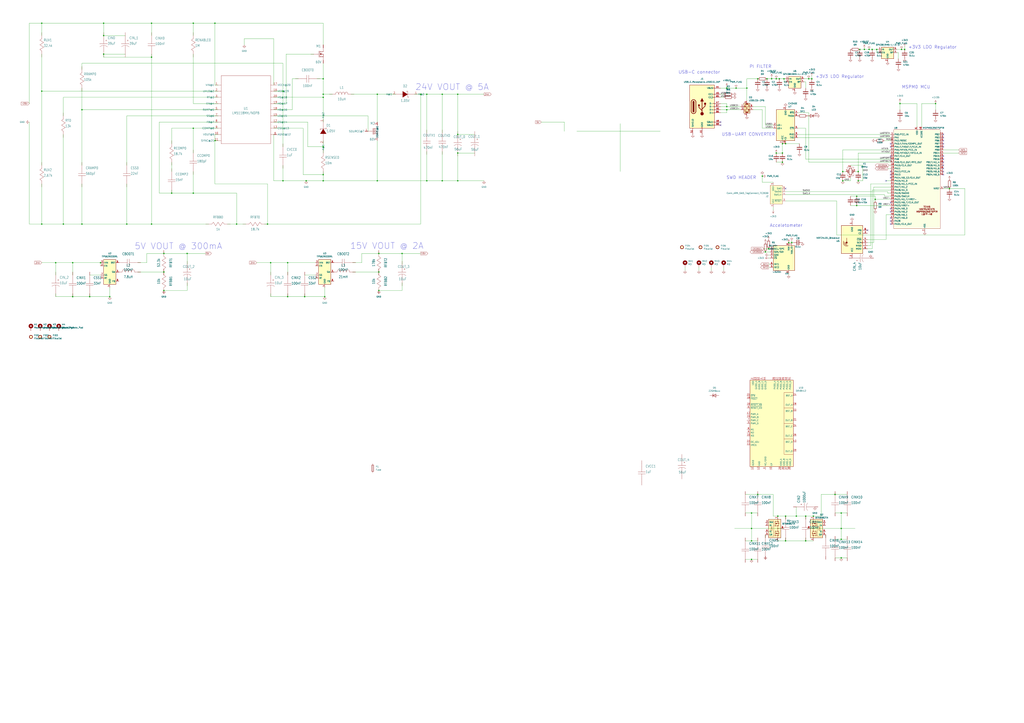
<source format=kicad_sch>
(kicad_sch (version 20250114) (generator "eeschema") (generator_version "9.0")
  (paper "A1")
  (lib_symbols
    (symbol "C_1" (pin_numbers (hide yes)) (pin_names (offset 0.254))
      (property "Reference" "C" (at 0.635 2.54 0))
      (property "Value" "C" (at 0.635 -2.54 0))
      (symbol "C_1_1_1"
        (pin passive line (at 0 3.81 270) (length 2.794) (name "~") (number "1"))
        (pin passive line (at 0 -3.81 90) (length 2.794) (name "~") (number "2"))
      )
    )
    (symbol "C_2" (pin_numbers (hide yes)) (pin_names (offset 0.254))
      (property "Reference" "C" (at 0.635 2.54 0))
      (property "Value" "C" (at 0.635 -2.54 0))
      (symbol "C_2_1_1"
        (pin passive line (at 0 3.81 270) (length 2.794) (name "~") (number "1"))
        (pin passive line (at 0 -3.81 90) (length 2.794) (name "~") (number "2"))
      )
    )
    (symbol "Connector:Conn_ARM_SWD_TagConnect_TC2030" (in_bom no)
      (property "Reference" "J" (at 2.54 11.43 0))
      (property "Value" "Conn_ARM_SWD_TagConnect_TC2030" (at 5.08 8.89 0))
      (symbol "Conn_ARM_SWD_TagConnect_TC2030_0_0"
        (pin power_in line (at -2.54 10.16 270) (length 2.54) (name "VCC") (number "1"))
        (pin power_in line (at -2.54 -10.16 90) (length 2.54) (name "GND") (number "5"))
        (pin open_collector line (at 7.62 5.08 180) (length 2.54) (name "~{RESET}") (number "3"))
        (pin output line (at 7.62 0 180) (length 2.54) (name "SWCLK") (number "4"))
        (pin bidirectional line (at 7.62 -2.54 180) (length 2.54) (name "SWDIO") (number "2"))
        (pin input line (at 7.62 -5.08 180) (length 2.54) (name "SWO") (number "6"))
      )
    )
    (symbol "Connector:USB_C_Receptacle_USB2.0_16P" (pin_names (offset 1.016))
      (property "Reference" "J" (at 0 22.225 0))
      (property "Value" "USB_C_Receptacle_USB2.0_16P" (at 0 19.685 0))
      (symbol "USB_C_Receptacle_USB2.0_16P_1_1"
        (pin passive line (at -7.62 -22.86 90) (length 5.08) (name "SHIELD") (number "S1"))
        (pin passive line (at 0 -22.86 90) (length 5.08) (name "GND") (number "A1"))
        (pin passive line (at 0 -22.86 90) (length 5.08) (hide yes) (name "GND") (number "A12"))
        (pin passive line (at 0 -22.86 90) (length 5.08) (hide yes) (name "GND") (number "B1"))
        (pin passive line (at 0 -22.86 90) (length 5.08) (hide yes) (name "GND") (number "B12"))
        (pin passive line (at 15.24 15.24 180) (length 5.08) (name "VBUS") (number "A4"))
        (pin passive line (at 15.24 15.24 180) (length 5.08) (hide yes) (name "VBUS") (number "A9"))
        (pin passive line (at 15.24 15.24 180) (length 5.08) (hide yes) (name "VBUS") (number "B4"))
        (pin passive line (at 15.24 15.24 180) (length 5.08) (hide yes) (name "VBUS") (number "B9"))
        (pin bidirectional line (at 15.24 10.16 180) (length 5.08) (name "CC1") (number "A5"))
        (pin bidirectional line (at 15.24 7.62 180) (length 5.08) (name "CC2") (number "B5"))
        (pin bidirectional line (at 15.24 2.54 180) (length 5.08) (name "D-") (number "A7"))
        (pin bidirectional line (at 15.24 0 180) (length 5.08) (name "D-") (number "B7"))
        (pin bidirectional line (at 15.24 -2.54 180) (length 5.08) (name "D+") (number "A6"))
        (pin bidirectional line (at 15.24 -5.08 180) (length 5.08) (name "D+") (number "B6"))
        (pin bidirectional line (at 15.24 -12.7 180) (length 5.08) (name "SBU1") (number "A8"))
        (pin bidirectional line (at 15.24 -15.24 180) (length 5.08) (name "SBU2") (number "B8"))
      )
    )
    (symbol "Device:C" (pin_numbers (hide yes)) (pin_names (offset 0.254))
      (property "Reference" "C1" (at 3.81 1.2701 0))
      (property "Value" "10u" (at 3.81 -1.2699 0))
      (symbol "C_1_1"
        (pin passive line (at 0 3.81 270) (length 2.794) (name "~") (number "1"))
        (pin passive line (at 0 -3.81 90) (length 2.794) (name "~") (number "2"))
      )
    )
    (symbol "Device:Crystal_GND24" (pin_names (offset 1.016) (hide yes))
      (property "Reference" "Y" (at 3.175 5.08 0))
      (property "Value" "Crystal_GND24" (at 3.175 3.175 0))
      (symbol "Crystal_GND24_1_1"
        (pin passive line (at -3.81 0 0) (length 1.27) (name "1") (number "1"))
        (pin passive line (at 0 5.08 270) (length 1.27) (name "2") (number "2"))
        (pin passive line (at 0 -5.08 90) (length 1.27) (name "4") (number "4"))
        (pin passive line (at 3.81 0 180) (length 1.27) (name "3") (number "3"))
      )
    )
    (symbol "Device:Fuse" (pin_numbers (hide yes)) (pin_names (offset 0))
      (property "Reference" "F" (at 2.032 0 90))
      (property "Value" "Fuse" (at -1.905 0 90))
      (symbol "Fuse_1_1"
        (pin passive line (at 0 3.81 270) (length 1.27) (name "~") (number "1"))
        (pin passive line (at 0 -3.81 90) (length 1.27) (name "~") (number "2"))
      )
    )
    (symbol "Device:LED" (pin_numbers (hide yes)) (pin_names (offset 1.016) (hide yes))
      (property "Reference" "D" (at 0 2.54 0))
      (property "Value" "LED" (at 0 -2.54 0))
      (symbol "LED_1_1"
        (pin passive line (at -3.81 0 0) (length 2.54) (name "K") (number "1"))
        (pin passive line (at 3.81 0 180) (length 2.54) (name "A") (number "2"))
      )
    )
    (symbol "Device:R" (pin_numbers (hide yes)) (pin_names (offset 0))
      (property "Reference" "R" (at 2.032 0 90))
      (property "Value" "R" (at 0 0 90))
      (symbol "R_1_1"
        (pin passive line (at 0 3.81 270) (length 1.27) (name "~") (number "1"))
        (pin passive line (at 0 -3.81 90) (length 1.27) (name "~") (number "2"))
      )
    )
    (symbol "Diode:Z2SMBxxx" (pin_numbers (hide yes)) (pin_names (hide yes))
      (property "Reference" "D" (at 0 2.54 0))
      (property "Value" "Z2SMBxxx" (at 0 -2.54 0))
      (symbol "Z2SMBxxx_1_1"
        (pin passive line (at -3.81 0 0) (length 2.54) (name "K") (number "1"))
        (pin passive line (at 3.81 0 180) (length 2.54) (name "A") (number "2"))
      )
    )
    (symbol "Driver_Motor:DRV8412"
      (property "Reference" "U" (at -1.27 -3.81 90))
      (property "Value" "DRV8412" (at 1.27 -3.81 90))
      (symbol "DRV8412_1_0"
        (pin open_collector line (at -20.32 22.86 0) (length 2.54) (name "~{OTW}") (number "21"))
        (pin open_collector line (at -20.32 20.32 0) (length 2.54) (name "~{FAULT}") (number "18"))
        (pin input line (at -20.32 15.24 0) (length 2.54) (name "~{RESET_AB}") (number "16"))
        (pin input line (at -20.32 12.7 0) (length 2.54) (name "~{RESET_CD}") (number "6"))
        (pin input line (at -20.32 7.62 0) (length 2.54) (name "PWM_A") (number "17"))
        (pin input line (at -20.32 5.08 0) (length 2.54) (name "PWM_B") (number "15"))
        (pin input line (at -20.32 2.54 0) (length 2.54) (name "PWM_C") (number "7"))
        (pin input line (at -20.32 0 0) (length 2.54) (name "PWM_D") (number "5"))
        (pin input line (at -20.32 -5.08 0) (length 2.54) (name "M1") (number "8"))
        (pin input line (at -20.32 -7.62 0) (length 2.54) (name "M2") (number "9"))
        (pin input line (at -20.32 -10.16 0) (length 2.54) (name "M3") (number "10"))
        (pin input line (at -20.32 -15.24 0) (length 2.54) (name "OC_ADJ") (number "14"))
        (pin output line (at -20.32 -17.78 0) (length 2.54) (name "VREG") (number "11"))
        (pin power_in line (at -15.24 38.1 270) (length 2.54) (name "VDD") (number "2"))
        (pin power_in line (at -15.24 -38.1 90) (length 2.54) (name "AGND") (number "12"))
        (pin power_in line (at -12.7 38.1 270) (length 2.54) (name "GVDD_A") (number "23"))
        (pin power_in line (at -10.16 38.1 270) (length 2.54) (name "GVDD_B") (number "22"))
        (pin power_in line (at -10.16 -38.1 90) (length 2.54) (name "GND") (number "13"))
        (pin power_in line (at -7.62 38.1 270) (length 2.54) (name "GVDD_C") (number "1"))
        (pin power_in line (at -5.08 38.1 270) (length 2.54) (name "GVDD_D") (number "44"))
        (pin passive line (at -5.08 -38.1 90) (length 2.54) (hide yes) (name "NC/GND") (number "19"))
        (pin passive line (at -5.08 -38.1 90) (length 2.54) (hide yes) (name "NC/GND") (number "20"))
        (pin passive line (at -5.08 -38.1 90) (length 2.54) (hide yes) (name "NC/GND") (number "25"))
        (pin passive line (at -5.08 -38.1 90) (length 2.54) (name "NC/GND") (number "3"))
        (pin passive line (at -5.08 -38.1 90) (length 2.54) (hide yes) (name "NC/GND") (number "4"))
        (pin passive line (at -5.08 -38.1 90) (length 2.54) (hide yes) (name "NC/GND") (number "42"))
        (pin power_in line (at 0 -38.1 90) (length 2.54) (name "EP") (number "45"))
        (pin power_in line (at 2.54 38.1 270) (length 2.54) (name "PVDD_A") (number "26"))
        (pin power_in line (at 5.08 38.1 270) (length 2.54) (name "PVDD_A") (number "27"))
        (pin power_in line (at 7.62 38.1 270) (length 2.54) (name "PVDD_B") (number "32"))
        (pin power_in line (at 7.62 -38.1 90) (length 2.54) (name "GND_A") (number "29"))
        (pin power_in line (at 10.16 38.1 270) (length 2.54) (name "PVDD_C") (number "35"))
        (pin power_in line (at 10.16 -38.1 90) (length 2.54) (name "GND_B") (number "30"))
        (pin power_in line (at 12.7 38.1 270) (length 2.54) (name "PVDD_D") (number "40"))
        (pin power_in line (at 12.7 -38.1 90) (length 2.54) (name "GND_C") (number "37"))
        (pin power_in line (at 15.24 38.1 270) (length 2.54) (name "PVDD_D") (number "41"))
        (pin power_in line (at 15.24 -38.1 90) (length 2.54) (name "GND_D") (number "38"))
        (pin input line (at 20.32 22.86 180) (length 2.54) (name "BST_A") (number "24"))
        (pin output line (at 20.32 15.24 180) (length 2.54) (name "OUT_A") (number "28"))
        (pin input line (at 20.32 10.16 180) (length 2.54) (name "BST_B") (number "33"))
        (pin output line (at 20.32 2.54 180) (length 2.54) (name "OUT_B") (number "31"))
        (pin input line (at 20.32 -2.54 180) (length 2.54) (name "BST_C") (number "34"))
        (pin output line (at 20.32 -10.16 180) (length 2.54) (name "OUT_C") (number "36"))
        (pin input line (at 20.32 -15.24 180) (length 2.54) (name "BST_D") (number "43"))
        (pin output line (at 20.32 -22.86 180) (length 2.54) (name "OUT_D") (number "39"))
      )
    )
    (symbol "Interface_USB:CH340E"
      (property "Reference" "U" (at -5.08 13.97 0))
      (property "Value" "CH340E" (at 1.27 13.97 0))
      (symbol "CH340E_1_1"
        (pin bidirectional line (at -10.16 2.54 0) (length 2.54) (name "UD+") (number "1"))
        (pin bidirectional line (at -10.16 0 0) (length 2.54) (name "UD-") (number "2"))
        (pin power_in line (at -2.54 15.24 270) (length 2.54) (name "VCC") (number "7"))
        (pin power_out line (at 0 15.24 270) (length 2.54) (name "V3") (number "10"))
        (pin power_in line (at 0 -15.24 90) (length 2.54) (name "GND") (number "3"))
        (pin output line (at 10.16 10.16 180) (length 2.54) (name "TXD") (number "8"))
        (pin input line (at 10.16 7.62 180) (length 2.54) (name "RXD") (number "9"))
        (pin input line (at 10.16 2.54 180) (length 2.54) (name "~{CTS}") (number "5"))
        (pin output line (at 10.16 -7.62 180) (length 2.54) (name "TNOW") (number "6"))
        (pin output line (at 10.16 -10.16 180) (length 2.54) (name "~{RTS}") (number "4"))
      )
    )
    (symbol "MSPM0_trySchemSymLib:MSPM0G3507SPTR"
      (property "Reference" "U" (at 1.016 1.524 0))
      (property "Value" "MSPM0G3507SPTR" (at 34.798 1.27 0))
      (symbol "MSPM0G3507SPTR_0_0"
        (pin bidirectional line (at -2.54 -6.35 0) (length 2.54) (name "PA1") (number "2"))
      )
      (symbol "MSPM0G3507SPTR_1_0"
        (pin bidirectional line (at -2.54 -3.81 0) (length 2.54) (name "PA0/FCC_IN") (number "1"))
        (pin bidirectional line (at -2.54 -8.89 0) (length 2.54) (name "PA2/ROSC") (number "8"))
        (pin bidirectional line (at -2.54 -11.43 0) (length 2.54) (name "PA3/LFXIN/COMP1_OUT") (number "9"))
        (pin bidirectional line (at -2.54 -13.97 0) (length 2.54) (name "PA4/LFXOUT/LFCLK_IN") (number "10"))
        (pin bidirectional line (at -2.54 -16.51 0) (length 2.54) (name "PA5/HFXIN/FCC_IN") (number "11"))
        (pin bidirectional line (at -2.54 -19.05 0) (length 2.54) (name "PA6/HFXOUT/HFCLK_IN") (number "12"))
        (pin bidirectional line (at -2.54 -21.59 0) (length 2.54) (name "PA7/CLK_OUT") (number "13"))
        (pin bidirectional line (at -2.54 -24.13 0) (length 2.54) (name "PA8") (number "16"))
        (pin bidirectional line (at -2.54 -26.67 0) (length 2.54) (name "PA9/CLK_OUT/RTC_OUT") (number "17"))
        (pin bidirectional line (at -2.54 -29.21 0) (length 2.54) (name "PA10/CLK_OUT") (number "18"))
        (pin bidirectional line (at -2.54 -31.75 0) (length 2.54) (name "PA11") (number "19"))
        (pin bidirectional line (at -2.54 -34.29 0) (length 2.54) (name "PA12/FCC_IN") (number "27"))
        (pin bidirectional line (at -2.54 -36.83 0) (length 2.54) (name "PA13") (number "28"))
        (pin bidirectional line (at -2.54 -39.37 0) (length 2.54) (name "PA14/A0_12/CLK_OUT") (number "29"))
        (pin bidirectional line (at -2.54 -41.91 0) (length 2.54) (name "PA15/A1_0") (number "30"))
        (pin bidirectional line (at -2.54 -44.45 0) (length 2.54) (name "PA16/A1_1/FCC_IN") (number "31"))
        (pin bidirectional line (at -2.54 -46.99 0) (length 2.54) (name "PA17/A1_2") (number "32"))
        (pin bidirectional line (at -2.54 -49.53 0) (length 2.54) (name "PA18/A1_3") (number "33"))
        (pin bidirectional line (at -2.54 -52.07 0) (length 2.54) (name "PA19/SWDIO") (number "34"))
        (pin bidirectional line (at -2.54 -54.61 0) (length 2.54) (name "PA20/SWCLK") (number "35"))
        (pin bidirectional line (at -2.54 -57.15 0) (length 2.54) (name "PA21/A1_7/VREF-") (number "39"))
        (pin bidirectional line (at -2.54 -59.69 0) (length 2.54) (name "PA22/A0_7/CLK_OUT") (number "40"))
        (pin bidirectional line (at -2.54 -62.23 0) (length 2.54) (name "PA23/VREF+") (number "43"))
        (pin bidirectional line (at -2.54 -64.77 0) (length 2.54) (name "PA24/A0_3") (number "44"))
        (pin bidirectional line (at -2.54 -67.31 0) (length 2.54) (name "PA25/A0_2") (number "45"))
        (pin bidirectional line (at -2.54 -69.85 0) (length 2.54) (name "PA26/A0_1") (number "46"))
        (pin bidirectional line (at -2.54 -72.39 0) (length 2.54) (name "PA27/A0_0") (number "47"))
        (pin bidirectional line (at -2.54 -74.93 0) (length 2.54) (name "PA28") (number "3"))
        (pin bidirectional line (at -2.54 -77.47 0) (length 2.54) (name "PA31/CLK_OUT") (number "5"))
        (pin power_in line (at 19.05 2.54 270) (length 2.54) (name "VDD") (number "6"))
        (pin power_out line (at 22.86 2.54 270) (length 2.54) (name "VCORE") (number "48"))
        (pin power_in line (at 25.4 -83.82 90) (length 2.54) (name "VSS") (number "7"))
        (pin bidirectional line (at 40.64 -3.81 180) (length 2.54) (name "PB2") (number "14"))
        (pin bidirectional line (at 40.64 -6.35 180) (length 2.54) (name "PB3") (number "15"))
        (pin bidirectional line (at 40.64 -8.89 180) (length 2.54) (name "PB6") (number "20"))
        (pin bidirectional line (at 40.64 -11.43 180) (length 2.54) (name "PB7") (number "21"))
        (pin bidirectional line (at 40.64 -13.97 180) (length 2.54) (name "PB8") (number "22"))
        (pin bidirectional line (at 40.64 -16.51 180) (length 2.54) (name "PB9") (number "23"))
        (pin bidirectional line (at 40.64 -19.05 180) (length 2.54) (name "PB14") (number "24"))
        (pin bidirectional line (at 40.64 -21.59 180) (length 2.54) (name "PB15") (number "25"))
        (pin bidirectional line (at 40.64 -24.13 180) (length 2.54) (name "PB16") (number "26"))
        (pin bidirectional line (at 40.64 -26.67 180) (length 2.54) (name "PB17/A1_4") (number "36"))
        (pin bidirectional line (at 40.64 -29.21 180) (length 2.54) (name "PB18/A1_5") (number "37"))
        (pin bidirectional line (at 40.64 -31.75 180) (length 2.54) (name "PB19/A1_6") (number "38"))
        (pin bidirectional line (at 40.64 -34.29 180) (length 2.54) (name "PB20/A0_6") (number "41"))
        (pin bidirectional line (at 40.64 -36.83 180) (length 2.54) (name "PB24/A0_5") (number "42"))
        (pin input line (at 40.64 -48.26 180) (length 2.54) (name "NRST") (number "4"))
      )
      (symbol "MSPM0G3507SPTR_1_1"
        (text "TEXAS\nINSTRUMENTS\nMSPM0G3507SPTR\nLQFP-48" (at 27.178 -66.294 0) (effects (font (size 1.27 1.27) (thickness 0.254) (bold yes))))
      )
    )
    (symbol "Mechanical:Fiducial" (in_bom no)
      (property "Reference" "FID" (at 0 5.08 0))
      (property "Value" "Fiducial" (at 0 3.175 0))
    )
    (symbol "Mechanical:MountingHole_Pad" (pin_numbers (hide yes)) (pin_names (offset 1.016) (hide yes)) (in_bom no)
      (property "Reference" "H" (at 0 6.35 0))
      (property "Value" "MountingHole_Pad" (at 0 4.445 0))
      (symbol "MountingHole_Pad_1_1"
        (pin input line (at 0 -2.54 90) (length 2.54) (name "1") (number "1"))
      )
    )
    (symbol "Power_Management:BTN8982TA"
      (property "Reference" "Q" (at 6.35 5.715 0))
      (property "Value" "BTN8982TA" (at 6.35 3.81 0))
      (symbol "BTN8982TA_1_0"
        (text "Ctrl" (at -2.54 0 900) (effects (font (size 1.27 1.27))))
      )
      (symbol "BTN8982TA_1_1"
        (pin input line (at -7.62 5.08 0) (length 2.54) (name "INH") (number "3"))
        (pin input line (at -7.62 2.54 0) (length 2.54) (name "IN") (number "2"))
        (pin output line (at -7.62 -2.54 0) (length 2.54) (name "IS") (number "6"))
        (pin input line (at -7.62 -5.08 0) (length 2.54) (name "SR") (number "5"))
        (pin power_in line (at 2.54 10.16 270) (length 2.54) (name "~") (number "7"))
        (pin power_in line (at 2.54 -10.16 90) (length 2.54) (name "~") (number "1"))
        (pin passive line (at 7.62 0 180) (length 2.54) (hide yes) (name "~") (number "4"))
        (pin passive line (at 7.62 0 180) (length 2.54) (name "~") (number "8"))
      )
    )
    (symbol "Power_Protection:USBLC6-2P6" (pin_names (hide yes))
      (property "Reference" "U" (at 0.635 5.715 0))
      (property "Value" "USBLC6-2P6" (at 0.635 3.81 0))
      (symbol "USBLC6-2P6_1_1"
        (pin passive line (at -5.08 0 0) (length 2.54) (name "I/O1") (number "1"))
        (pin passive line (at -5.08 -2.54 0) (length 2.54) (name "I/O2") (number "3"))
        (pin passive line (at 0 5.08 270) (length 2.54) (name "VBUS") (number "5"))
        (pin passive line (at 0 -7.62 90) (length 2.54) (name "GND") (number "2"))
        (pin passive line (at 5.08 0 180) (length 2.54) (name "I/O1") (number "6"))
        (pin passive line (at 5.08 -2.54 180) (length 2.54) (name "I/O2") (number "4"))
      )
    )
    (symbol "RF:NRF24L01_Breakout" (pin_names (offset 1.016))
      (property "Reference" "U" (at -8.89 12.7 0))
      (property "Value" "NRF24L01_Breakout" (at 3.81 12.7 0))
      (symbol "NRF24L01_Breakout_1_1"
        (pin input line (at -12.7 7.62 0) (length 3.81) (name "MOSI") (number "6"))
        (pin output line (at -12.7 5.08 0) (length 3.81) (name "MISO") (number "7"))
        (pin input clock (at -12.7 2.54 0) (length 3.81) (name "SCK") (number "5"))
        (pin input line (at -12.7 0 0) (length 3.81) (name "~{CSN}") (number "4"))
        (pin input line (at -12.7 -5.08 0) (length 3.81) (name "CE") (number "3"))
        (pin output line (at -12.7 -7.62 0) (length 3.81) (name "IRQ") (number "8"))
        (pin power_in line (at 0 15.24 270) (length 3.81) (name "VCC") (number "2"))
        (pin power_in line (at 0 -15.24 90) (length 3.81) (name "GND") (number "1"))
      )
    )
    (symbol "Regulator_Linear:SPX3819M5-L-3-3" (pin_names (offset 0.254))
      (property "Reference" "U" (at -3.81 5.715 0))
      (property "Value" "SPX3819M5-L-3-3" (at 0 5.715 0))
      (symbol "SPX3819M5-L-3-3_1_1"
        (pin power_in line (at -7.62 2.54 0) (length 2.54) (name "IN") (number "1"))
        (pin input line (at -7.62 0 0) (length 2.54) (name "EN") (number "3"))
        (pin power_in line (at 0 -7.62 90) (length 2.54) (name "GND") (number "2"))
        (pin power_out line (at 7.62 2.54 180) (length 2.54) (name "OUT") (number "5"))
        (pin input line (at 7.62 0 180) (length 2.54) (name "BP") (number "4"))
      )
    )
    (symbol "Regulator_Switching:TPS62933"
      (property "Reference" "U" (at 0 13.97 0))
      (property "Value" "TPS62933" (at 0 11.43 0))
      (symbol "TPS62933_1_1"
        (pin power_in line (at -7.62 7.62 0) (length 2.54) (name "VIN") (number "3"))
        (pin input line (at -7.62 5.08 0) (length 2.54) (name "EN") (number "2"))
        (pin passive line (at -7.62 -2.54 0) (length 2.54) (name "SS") (number "7"))
        (pin passive line (at -7.62 -5.08 0) (length 2.54) (name "RT") (number "1"))
        (pin power_in line (at 0 -12.7 90) (length 2.54) (name "GND") (number "4"))
        (pin passive line (at 7.62 7.62 180) (length 2.54) (name "BST") (number "6"))
        (pin output line (at 7.62 0 180) (length 2.54) (name "SW") (number "5"))
        (pin input line (at 7.62 -7.62 180) (length 2.54) (name "FB") (number "8"))
      )
    )
    (symbol "Sensor_Motion:LIS2DH"
      (property "Reference" "U5" (at 2.1433 -12.7 0))
      (property "Value" "LIS2DH" (at 2.1433 -15.24 0))
      (symbol "LIS2DH_1_1"
        (pin input line (at -10.16 7.62 0) (length 2.54) (name "SCL/SPC") (number "1"))
        (pin bidirectional line (at -10.16 5.08 0) (length 2.54) (name "SDA/SDI") (number "2"))
        (pin output line (at -10.16 2.54 0) (length 2.54) (name "SDO") (number "3"))
        (pin input line (at -10.16 0 0) (length 2.54) (name "~{CS}") (number "4"))
        (pin output line (at -10.16 -5.08 0) (length 2.54) (name "INT1") (number "6"))
        (pin output line (at -10.16 -7.62 0) (length 2.54) (name "INT2") (number "5"))
        (pin passive line (at 0 -12.7 90) (length 2.54) (hide yes) (name "GND") (number "10"))
        (pin passive line (at 0 -12.7 90) (length 2.54) (hide yes) (name "GND") (number "11"))
        (pin passive line (at 0 -12.7 90) (length 2.54) (hide yes) (name "GND") (number "12"))
        (pin passive line (at 0 -12.7 90) (length 2.54) (hide yes) (name "GND") (number "13"))
        (pin passive line (at 0 -12.7 90) (length 2.54) (hide yes) (name "GND") (number "14"))
        (pin power_in line (at 5.08 12.7 270) (length 2.54) (name "Vdd") (number "8"))
        (pin power_in line (at 5.08 -12.7 90) (length 2.54) (name "GND") (number "9"))
        (pin power_in line (at 7.62 12.7 270) (length 2.54) (name "Vdd_IO") (number "7"))
      )
    )
    (symbol "abhiyaan_PDB-eagle-import:08053C104JAZ2A08053C104JAZ2A"
      (symbol "08053C104JAZ2A08053C104JAZ2A_1_0"
        (pin passive line (at -7.62 0 180) (length 2.54) (name "2@2") (number "2"))
        (pin passive line (at 7.62 0 0) (length 2.54) (name "1@1") (number "1"))
      )
    )
    (symbol "abhiyaan_PDB-eagle-import:50SVPF39M50SVPF39M"
      (symbol "50SVPF39M50SVPF39M_1_0"
        (pin passive line (at -7.62 0 180) (length 2.54) (name "-@2") (number "2"))
        (pin passive line (at 7.62 0 0) (length 2.54) (name "+@1") (number "1"))
      )
    )
    (symbol "abhiyaan_PDB-eagle-import:C0805C104M5RACTUC0805C104M5RACTU"
      (symbol "C0805C104M5RACTUC0805C104M5RACTU_1_0"
        (pin passive line (at -7.62 0 180) (length 2.54) (name "2@2") (number "2"))
        (pin passive line (at 7.62 0 0) (length 2.54) (name "1@1") (number "1"))
      )
    )
    (symbol "abhiyaan_PDB-eagle-import:C0805C181K5GACTUC0805C181K5GACTU"
      (symbol "C0805C181K5GACTUC0805C181K5GACTU_1_0"
        (pin passive line (at -7.62 0 180) (length 2.54) (name "2@2") (number "2"))
        (pin passive line (at 7.62 0 0) (length 2.54) (name "1@1") (number "1"))
      )
    )
    (symbol "abhiyaan_PDB-eagle-import:C1005X5R1V474K050BCC1005X5R1V474K050BC"
      (symbol "C1005X5R1V474K050BCC1005X5R1V474K050BC_1_0"
        (pin passive line (at -7.62 0 180) (length 2.54) (name "2@2") (number "2"))
        (pin passive line (at 7.62 0 0) (length 2.54) (name "1@1") (number "1"))
      )
    )
    (symbol "abhiyaan_PDB-eagle-import:C1608X5R1H105K080ABC1608X5R1H105K080AB"
      (symbol "C1608X5R1H105K080ABC1608X5R1H105K080AB_1_0"
        (pin passive line (at -7.62 0 180) (length 2.54) (name "2@2") (number "2"))
        (pin passive line (at 7.62 0 0) (length 2.54) (name "1@1") (number "1"))
      )
    )
    (symbol "abhiyaan_PDB-eagle-import:C2012C0G1H153J085AAC2012C0G1H153J085AA"
      (symbol "C2012C0G1H153J085AAC2012C0G1H153J085AA_1_0"
        (pin passive line (at -7.62 0 180) (length 2.54) (name "2@2") (number "2"))
        (pin passive line (at 7.62 0 0) (length 2.54) (name "1@1") (number "1"))
      )
    )
    (symbol "abhiyaan_PDB-eagle-import:C2012C0G1H223K125AAC2012C0G1H223K125AA"
      (symbol "C2012C0G1H223K125AAC2012C0G1H223K125AA_1_0"
        (pin passive line (at -7.62 0 180) (length 2.54) (name "2@2") (number "2"))
        (pin passive line (at 7.62 0 0) (length 2.54) (name "1@1") (number "1"))
      )
    )
    (symbol "abhiyaan_PDB-eagle-import:CRA2512-FZ-R010ELFCRA2512-FZ-R010ELF"
      (symbol "CRA2512-FZ-R010ELFCRA2512-FZ-R010ELF_1_0"
        (pin passive line (at -7.62 0 180) (length 2.54) (name "2@2") (number "2"))
        (pin passive line (at 7.62 0 0) (length 2.54) (name "1@1") (number "1"))
      )
    )
    (symbol "abhiyaan_PDB-eagle-import:CRCW040213K0FKEDCRCW040213K0FKED"
      (symbol "CRCW040213K0FKEDCRCW040213K0FKED_1_0"
        (pin passive line (at -7.62 0 180) (length 2.54) (name "2@2") (number "2"))
        (pin passive line (at 7.62 0 0) (length 2.54) (name "1@1") (number "1"))
      )
    )
    (symbol "abhiyaan_PDB-eagle-import:CRCW04021K00FKEDCRCW04021K00FKED"
      (symbol "CRCW04021K00FKEDCRCW04021K00FKED_1_0"
        (pin passive line (at -7.62 0 180) (length 2.54) (name "2@2") (number "2"))
        (pin passive line (at 7.62 0 0) (length 2.54) (name "1@1") (number "1"))
      )
    )
    (symbol "abhiyaan_PDB-eagle-import:CRCW04021M00FKEDCRCW04021M00FKED"
      (symbol "CRCW04021M00FKEDCRCW04021M00FKED_1_0"
        (pin passive line (at -7.62 0 180) (length 2.54) (name "2@2") (number "2"))
        (pin passive line (at 7.62 0 0) (length 2.54) (name "1@1") (number "1"))
      )
    )
    (symbol "abhiyaan_PDB-eagle-import:CRCW04022K67FKEDCRCW04022K67FKED"
      (symbol "CRCW04022K67FKEDCRCW04022K67FKED_1_0"
        (pin passive line (at -7.62 0 180) (length 2.54) (name "2@2") (number "2"))
        (pin passive line (at 7.62 0 0) (length 2.54) (name "1@1") (number "1"))
      )
    )
    (symbol "abhiyaan_PDB-eagle-import:CRCW040232K4FKEDCRCW040232K4FKED"
      (symbol "CRCW040232K4FKEDCRCW040232K4FKED_1_0"
        (pin passive line (at -7.62 0 180) (length 2.54) (name "2@2") (number "2"))
        (pin passive line (at 7.62 0 0) (length 2.54) (name "1@1") (number "1"))
      )
    )
    (symbol "abhiyaan_PDB-eagle-import:CSD18540Q5BCSD18540Q5B"
      (symbol "CSD18540Q5BCSD18540Q5B_1_0"
        (pin passive line (at -3.81 0 180) (length 2.54) (name "GATE@6") (number "4"))
        (pin passive line (at 3.81 7.62 270) (length 2.54) (name "DRAIN@1") (number "5"))
        (pin passive line (at 3.81 7.62 270) (length 2.54) (name "DRAIN@2") (number "6"))
        (pin passive line (at 3.81 7.62 270) (length 2.54) (name "DRAIN@3") (number "7"))
        (pin passive line (at 3.81 7.62 270) (length 2.54) (name "DRAIN@4") (number "8"))
        (pin passive line (at 3.81 7.62 270) (length 2.54) (name "DRAIN@5") (number "9"))
        (pin passive line (at 3.81 -7.62 90) (length 2.54) (name "SOURCE@7") (number "1"))
        (pin passive line (at 3.81 -7.62 90) (length 2.54) (name "SOURCE@8") (number "2"))
        (pin passive line (at 3.81 -7.62 90) (length 2.54) (name "SOURCE@9") (number "3"))
      )
    )
    (symbol "abhiyaan_PDB-eagle-import:CSD18543Q3ACSD18543Q3A"
      (symbol "CSD18543Q3ACSD18543Q3A_1_0"
        (pin passive line (at -3.81 0 180) (length 2.54) (name "SOURCE@7") (number "1"))
        (pin passive line (at -3.81 0 180) (length 2.54) (name "SOURCE@8") (number "2"))
        (pin passive line (at -3.81 0 180) (length 2.54) (name "SOURCE@9") (number "3"))
        (pin passive line (at 3.81 7.62 270) (length 2.54) (name "DRAIN@1") (number "5"))
        (pin passive line (at 3.81 7.62 270) (length 2.54) (name "DRAIN@2") (number "6"))
        (pin passive line (at 3.81 7.62 270) (length 2.54) (name "DRAIN@3") (number "7"))
        (pin passive line (at 3.81 7.62 270) (length 2.54) (name "DRAIN@4") (number "8"))
        (pin passive line (at 3.81 7.62 270) (length 2.54) (name "DRAIN@5") (number "9"))
        (pin passive line (at 3.81 -7.62 90) (length 2.54) (name "GATE@6") (number "4"))
      )
    )
    (symbol "abhiyaan_PDB-eagle-import:EEHZA1J560PEEHZA1J560P"
      (symbol "EEHZA1J560PEEHZA1J560P_1_0"
        (pin passive line (at -7.62 0 180) (length 2.54) (name "-@2") (number "2"))
        (pin passive line (at 7.62 0 0) (length 2.54) (name "+@1") (number "1"))
      )
    )
    (symbol "abhiyaan_PDB-eagle-import:GRM1555C1H561JA01JGRM1555C1H561JA01J"
      (symbol "GRM1555C1H561JA01JGRM1555C1H561JA01J_1_0"
        (pin passive line (at -7.62 0 180) (length 2.54) (name "2@2") (number "2"))
        (pin passive line (at 7.62 0 0) (length 2.54) (name "1@1") (number "1"))
      )
    )
    (symbol "abhiyaan_PDB-eagle-import:LM5118MH/NOPBLM5118MH/NOPB"
      (symbol "LM5118MH/NOPBLM5118MH/NOPB_1_0"
        (pin passive line (at -22.86 20.32 180) (length 2.54) (name "VIN@1") (number "1"))
        (pin passive line (at -22.86 15.24 180) (length 2.54) (name "UVLO@2") (number "2"))
        (pin passive line (at -22.86 10.16 180) (length 2.54) (name "RT@3") (number "3"))
        (pin passive line (at -22.86 5.08 180) (length 2.54) (name "EN@4") (number "4"))
        (pin passive line (at -22.86 0 180) (length 2.54) (name "RAMP@5") (number "5"))
        (pin passive line (at -22.86 -5.08 180) (length 2.54) (name "SS@6") (number "7"))
        (pin passive line (at -22.86 -10.16 180) (length 2.54) (name "FB@7") (number "8"))
        (pin passive line (at -22.86 -15.24 180) (length 2.54) (name "COMP@8") (number "9"))
        (pin passive line (at -22.86 -20.32 180) (length 2.54) (name "VOUT@9") (number "10"))
        (pin passive line (at -22.86 -25.4 180) (length 2.54) (name "SYNC@21") (number "11"))
        (pin passive line (at 22.86 20.32 0) (length 2.54) (name "VCCX@20") (number "17"))
        (pin passive line (at 22.86 15.24 0) (length 2.54) (name "VCC@19") (number "16"))
        (pin passive line (at 22.86 10.16 0) (length 2.54) (name "HS@18") (number "20"))
        (pin passive line (at 22.86 5.08 0) (length 2.54) (name "HO@17") (number "19"))
        (pin passive line (at 22.86 0 0) (length 2.54) (name "HB@16") (number "18"))
        (pin passive line (at 22.86 -5.08 0) (length 2.54) (name "LO@15") (number "15"))
        (pin passive line (at 22.86 -10.16 0) (length 2.54) (name "CS@14") (number "12"))
        (pin passive line (at 22.86 -15.24 0) (length 2.54) (name "CSG@13") (number "13"))
        (pin passive line (at 22.86 -20.32 0) (length 2.54) (name "PGND@11") (number "14"))
        (pin passive line (at 22.86 -20.32 0) (length 2.54) (name "EP@10") (number "21"))
        (pin passive line (at 22.86 -20.32 0) (length 2.54) (name "AGND@12") (number "6"))
      )
    )
    (symbol "abhiyaan_PDB-eagle-import:RC0201FR-07105KLRC0201FR-07105KL"
      (symbol "RC0201FR-07105KLRC0201FR-07105KL_1_0"
        (pin passive line (at -7.62 0 180) (length 2.54) (name "2@2") (number "2"))
        (pin passive line (at 7.62 0 0) (length 2.54) (name "1@1") (number "1"))
      )
    )
    (symbol "abhiyaan_PDB-eagle-import:RC0201FR-0718K7LRC0201FR-0718K7L"
      (symbol "RC0201FR-0718K7LRC0201FR-0718K7L_1_0"
        (pin passive line (at -7.62 0 180) (length 2.54) (name "2@2") (number "2"))
        (pin passive line (at 7.62 0 0) (length 2.54) (name "1@1") (number "1"))
      )
    )
    (symbol "abhiyaan_PDB-eagle-import:SB20150TRSB20150TR"
      (symbol "SB20150TRSB20150TR_1_0"
        (pin passive line (at -7.62 0 180) (length 2.54) (name "K@2") (number "1"))
        (pin passive line (at 7.62 0 0) (length 2.54) (name "A@1") (number "2"))
      )
    )
    (symbol "abhiyaan_PDB-eagle-import:XAL1010-103MEBXAL1010-103MEB"
      (symbol "XAL1010-103MEBXAL1010-103MEB_1_0"
        (pin passive line (at -7.62 0 180) (length 2.54) (name "1@1") (number "1"))
        (pin passive line (at 7.62 0 0) (length 2.54) (name "2@2") (number "2"))
      )
    )
    (symbol "power:+1V35" (power) (pin_numbers (hide yes)) (pin_names (offset 0) (hide yes))
      (property "Value" "+1V35" (at 0 3.556 0))
      (symbol "+1V35_1_1"
        (pin power_in line (at 0 0 90) (length 0) (name "~") (number "1"))
      )
    )
    (symbol "power:+3V3" (power) (pin_numbers (hide yes)) (pin_names (offset 0) (hide yes))
      (property "Value" "+3V3" (at 0 3.556 0))
      (symbol "+3V3_1_1"
        (pin power_in line (at 0 0 90) (length 0) (name "~") (number "1"))
      )
    )
    (symbol "power:GND" (power) (pin_numbers (hide yes)) (pin_names (offset 0) (hide yes))
      (property "Value" "GND" (at 0 -3.81 0))
      (symbol "GND_1_1"
        (pin power_in line (at 0 0 270) (length 0) (name "~") (number "1"))
      )
    )
    (symbol "power:PWR_FLAG" (power) (pin_numbers (hide yes)) (pin_names (offset 0) (hide yes))
      (property "Value" "PWR_FLAG" (at 0 3.81 0))
      (symbol "PWR_FLAG_0_0"
        (pin power_out line (at 0 0 90) (length 0) (name "~") (number "1"))
      )
    )
    (symbol "power:VBUS" (power) (pin_numbers (hide yes)) (pin_names (offset 0) (hide yes))
      (property "Value" "VBUS" (at 0 3.556 0))
      (symbol "VBUS_1_1"
        (pin power_in line (at 0 0 90) (length 0) (name "~") (number "1"))
      )
    )
  )
  (text "+3V3 LDO Regulator\n" (at 689.61 62.992 0) (effects (font (size 2.54 2.54))))
  (text "USB-UART CONVERTER\n" (at 614.68 110.49 0) (effects (font (size 2.54 2.54))))
  (text "PI FILTER" (at 624.586 54.864 0) (effects (font (size 2.54 2.54))))
  (text "USB-C connector" (at 574.294 59.436 0) (effects (font (size 2.54 2.54))))
  (text "MSPM0 MCU" (at 752.348 71.628 0) (effects (font (size 2.54 2.54))))
  (text "15V VOUT @ 2A\n" (at 317.754 202.184 0) (effects (font (size 5.08 5.08))))
  (text "24V VOUT @ 5A\n" (at 371.348 71.628 0) (effects (font (size 5.08 5.08))))
  (text "+3V3 LDO Regulator\n" (at 765.81 38.862 0) (effects (font (size 2.54 2.54))))
  (text "SWD HEADER\n" (at 608.838 146.05 0) (effects (font (size 2.54 2.54))))
  (text "5V VOUT @ 300mA\n" (at 146.558 202.438 0) (effects (font (size 5.08 5.08))))
  (text "Acceletometer" (at 645.668 185.42 0) (effects (font (size 2.54 2.54))))
  (junction (at 232.41 148.59))
  (junction (at 236.22 243.84))
  (junction (at 350.52 77.47))
  (junction (at 375.92 148.59))
  (junction (at 643.89 64.77))
  (junction (at 706.12 40.64))
  (junction (at 690.88 443.23))
  (junction (at 647.7 199.39))
  (junction (at 664.21 64.77))
  (junction (at 345.44 77.47))
  (junction (at 265.43 143.51))
  (junction (at 628.65 207.01))
  (junction (at 718.82 163.83))
  (junction (at 311.15 208.28))
  (junction (at 330.2 208.28))
  (junction (at 124.46 46.99))
  (junction (at 266.7 243.84))
  (junction (at 642.62 118.11))
  (junction (at 176.53 115.57))
  (junction (at 703.58 161.29))
  (junction (at 631.19 204.47))
  (junction (at 690.88 434.34))
  (junction (at 704.85 140.97))
  (junction (at 720.09 40.64))
  (junction (at 82.55 215.9))
  (junction (at 265.43 120.65))
  (junction (at 59.69 215.9))
  (junction (at 617.22 459.74))
  (junction (at 637.54 125.73))
  (junction (at 709.93 40.64))
  (junction (at 309.88 77.47))
  (junction (at 661.67 424.18))
  (junction (at 52.07 184.15))
  (junction (at 742.95 40.64))
  (junction (at 34.29 19.05))
  (junction (at 34.29 184.15))
  (junction (at 622.3 406.4))
  (junction (at 311.15 238.76))
  (junction (at 739.14 85.09))
  (junction (at 363.22 148.59))
  (junction (at 222.25 215.9))
  (junction (at 626.11 144.78))
  (junction (at 692.15 140.97))
  (junction (at 158.75 105.41))
  (junction (at 645.16 444.5))
  (junction (at 104.14 184.15))
  (junction (at 740.41 40.64))
  (junction (at 375.92 125.73))
  (junction (at 85.09 29.21))
  (junction (at 236.22 215.9))
  (junction (at 176.53 19.05))
  (junction (at 67.31 184.15))
  (junction (at 134.62 208.28))
  (junction (at 350.52 148.59))
  (junction (at 613.41 72.39))
  (junction (at 34.29 74.93))
  (junction (at 45.72 215.9))
  (junction (at 251.46 148.59))
  (junction (at 158.75 19.05))
  (junction (at 716.28 40.64))
  (junction (at 265.43 77.47))
  (junction (at 604.52 72.39))
  (junction (at 375.92 110.49))
  (junction (at 153.67 208.28))
  (junction (at 654.05 424.18))
  (junction (at 713.74 40.64))
  (junction (at 309.88 148.59))
  (junction (at 311.15 223.52))
  (junction (at 645.16 118.11))
  (junction (at 779.78 154.94))
  (junction (at 642.62 133.35))
  (junction (at 219.71 184.15))
  (junction (at 250.19 243.84))
  (junction (at 703.58 168.91))
  (junction (at 596.9 87.63))
  (junction (at 596.9 72.39))
  (junction (at 140.97 158.75))
  (junction (at 666.75 64.77))
  (junction (at 690.88 458.47))
  (junction (at 685.8 406.4))
  (junction (at 158.75 158.75))
  (junction (at 637.54 64.77))
  (junction (at 67.31 90.17))
  (junction (at 596.9 90.17))
  (junction (at 692.15 148.59))
  (junction (at 124.46 19.05))
  (junction (at 638.81 424.18))
  (junction (at 617.22 434.34))
  (junction (at 134.62 238.76))
  (junction (at 375.92 77.47))
  (junction (at 633.73 64.77))
  (junction (at 90.17 243.84))
  (junction (at 232.41 74.93))
  (junction (at 642.62 125.73))
  (junction (at 661.67 444.5))
  (junction (at 124.46 184.15))
  (junction (at 85.09 19.05))
  (junction (at 363.22 77.47))
  (junction (at 134.62 223.52))
  (junction (at 265.43 80.01))
  (junction (at 668.02 424.18))
  (junction (at 265.43 148.59))
  (junction (at 265.43 64.77))
  (junction (at 640.08 64.77))
  (junction (at 622.3 64.77))
  (junction (at 645.16 424.18))
  (junction (at 690.88 421.64))
  (junction (at 617.22 421.64))
  (junction (at 85.09 44.45))
  (junction (at 768.35 85.09))
  (junction (at 73.66 243.84))
  (junction (at 629.92 64.77))
  (junction (at 194.31 184.15))
  (junction (at 59.69 243.84))
  (junction (at 704.85 148.59))
  (junction (at 650.24 199.39))
  (junction (at 617.22 444.5))
  (no_connect (at 731.52 118.11))
  (no_connect (at 774.7 128.27))
  (no_connect (at 774.7 115.57))
  (no_connect (at 774.7 133.35))
  (no_connect (at 731.52 184.15))
  (no_connect (at 645.16 154.94))
  (no_connect (at 731.52 181.61))
  (no_connect (at 591.82 100.33))
  (no_connect (at 731.52 120.65))
  (no_connect (at 774.7 113.03))
  (no_connect (at 774.7 118.11))
  (no_connect (at 731.52 173.99))
  (no_connect (at 774.7 138.43))
  (no_connect (at 731.52 179.07))
  (no_connect (at 591.82 102.87))
  (no_connect (at 774.7 120.65))
  (no_connect (at 774.7 130.81))
  (no_connect (at 731.52 143.51))
  (no_connect (at 731.52 166.37))
  (no_connect (at 774.7 110.49))
  (no_connect (at 731.52 128.27))
  (no_connect (at 774.7 140.97))
  (no_connect (at 774.7 135.89))
  (no_connect (at 774.7 143.51))
  (no_connect (at 731.52 171.45))
  (no_connect (at 727.71 148.59))
  (no_connect (at 731.52 146.05))
  (no_connect (at 712.47 189.23))
  (no_connect (at 731.52 140.97))
  (wire (pts (xy 774.7 125.73) (xy 787.4 125.73)))
  (wire (pts (xy 650.24 199.39) (xy 651.51 199.39)))
  (wire (pts (xy 704.85 125.73) (xy 704.85 140.97)))
  (wire (pts (xy 720.09 43.18) (xy 720.09 40.64)))
  (wire (pts (xy 34.29 184.15) (xy 24.13 184.15)))
  (wire (pts (xy 265.43 77.47) (xy 273.05 77.47)))
  (wire (pts (xy 45.72 241.3) (xy 45.72 243.84)))
  (wire (pts (xy 85.09 19.05) (xy 34.29 19.05)))
  (wire (pts (xy 661.67 424.18) (xy 661.67 426.72)))
  (wire (pts (xy 727.71 176.53) (xy 731.52 176.53)))
  (wire (pts (xy 222.25 215.9) (xy 236.22 215.9)))
  (wire (pts (xy 120.65 208.28) (xy 134.62 208.28)))
  (wire (pts (xy 297.18 215.9) (xy 297.18 208.28)))
  (wire (pts (xy 591.82 90.17) (xy 596.9 90.17)))
  (wire (pts (xy 617.22 444.5) (xy 622.3 444.5)))
  (wire (pts (xy 638.81 424.18) (xy 645.16 424.18)))
  (wire (pts (xy 153.67 208.28) (xy 153.67 217.17)))
  (wire (pts (xy 613.41 72.39) (xy 613.41 64.77)))
  (wire (pts (xy 330.2 232.41) (xy 330.2 238.76)))
  (wire (pts (xy 661.67 105.41) (xy 655.32 105.41)))
  (wire (pts (xy 73.66 226.06) (xy 82.55 226.06)))
  (wire (pts (xy 224.79 69.85) (xy 224.79 31.75)))
  (wire (pts (xy 661.67 441.96) (xy 661.67 444.5)))
  (wire (pts (xy 45.72 243.84) (xy 59.69 243.84)))
  (wire (pts (xy 596.9 71.12) (xy 596.9 72.39)))
  (wire (pts (xy 224.79 148.59) (xy 232.41 148.59)))
  (wire (pts (xy 240.03 90.17) (xy 224.79 90.17)))
  (wire (pts (xy 252.73 120.65) (xy 265.43 120.65)))
  (wire (pts (xy 265.43 148.59) (xy 309.88 148.59)))
  (wire (pts (xy 618.49 87.63) (xy 628.65 87.63)))
  (wire (pts (xy 739.14 85.09) (xy 739.14 90.17)))
  (wire (pts (xy 643.89 67.31) (xy 643.89 64.77)))
  (wire (pts (xy 774.7 123.19) (xy 787.4 123.19)))
  (wire (pts (xy 24.13 100.33) (xy 24.13 184.15)))
  (wire (pts (xy 34.29 151.13) (xy 34.29 184.15)))
  (wire (pts (xy 661.67 130.81) (xy 661.67 105.41)))
  (wire (pts (xy 250.19 241.3) (xy 250.19 243.84)))
  (wire (pts (xy 124.46 29.21) (xy 124.46 19.05)))
  (wire (pts (xy 85.09 46.99) (xy 124.46 46.99)))
  (wire (pts (xy 52.07 184.15) (xy 34.29 184.15)))
  (wire (pts (xy 350.52 148.59) (xy 363.22 148.59)))
  (wire (pts (xy 350.52 124.46) (xy 350.52 148.59)))
  (wire (pts (xy 288.29 77.47) (xy 309.88 77.47)))
  (wire (pts (xy 194.31 158.75) (xy 158.75 158.75)))
  (wire (pts (xy 612.14 406.4) (xy 622.3 406.4)))
  (wire (pts (xy 685.8 421.64) (xy 690.88 421.64)))
  (wire (pts (xy 739.14 83.82) (xy 739.14 85.09)))
  (wire (pts (xy 637.54 133.35) (xy 642.62 133.35)))
  (wire (pts (xy 67.31 184.15) (xy 52.07 184.15)))
  (wire (pts (xy 635 406.4) (xy 622.3 406.4)))
  (wire (pts (xy 104.14 95.25) (xy 179.07 95.25)))
  (wire (pts (xy 716.28 40.64) (xy 720.09 40.64)))
  (wire (pts (xy 375.92 110.49) (xy 389.89 110.49)))
  (wire (pts (xy 650.24 198.12) (xy 650.24 199.39)))
  (wire (pts (xy 444.5 100.33) (xy 463.55 100.33)))
  (wire (pts (xy 645.16 67.31) (xy 643.89 67.31)))
  (wire (pts (xy 236.22 243.84) (xy 250.19 243.84)))
  (wire (pts (xy 664.21 133.35) (xy 664.21 92.71)))
  (wire (pts (xy 350.52 109.22) (xy 350.52 77.47)))
  (wire (pts (xy 712.47 196.85) (xy 727.71 196.85)))
  (wire (pts (xy 236.22 215.9) (xy 259.08 215.9)))
  (wire (pts (xy 591.82 92.71) (xy 596.9 92.71)))
  (wire (pts (xy 753.11 85.09) (xy 753.11 104.14)))
  (wire (pts (xy 690.88 421.64) (xy 690.88 434.34)))
  (wire (pts (xy 24.13 85.09) (xy 24.13 19.05)))
  (wire (pts (xy 67.31 72.39) (xy 67.31 90.17)))
  (wire (pts (xy 768.35 85.09) (xy 756.92 85.09)))
  (wire (pts (xy 645.16 118.11) (xy 656.59 118.11)))
  (wire (pts (xy 179.07 110.49) (xy 176.53 110.49)))
  (wire (pts (xy 232.41 74.93) (xy 232.41 120.65)))
  (wire (pts (xy 124.46 19.05) (xy 85.09 19.05)))
  (wire (pts (xy 654.05 416.56) (xy 654.05 424.18)))
  (wire (pts (xy 85.09 29.21) (xy 85.09 19.05)))
  (wire (pts (xy 631.19 209.55) (xy 632.46 209.55)))
  (wire (pts (xy 140.97 105.41) (xy 158.75 105.41)))
  (wire (pts (xy 703.58 168.91) (xy 731.52 168.91)))
  (wire (pts (xy 52.07 80.01) (xy 52.07 95.25)))
  (wire (pts (xy 645.16 424.18) (xy 654.05 424.18)))
  (wire (pts (xy 232.41 74.93) (xy 224.79 74.93)))
  (wire (pts (xy 631.19 204.47) (xy 632.46 204.47)))
  (wire (pts (xy 176.53 115.57) (xy 176.53 151.13)))
  (wire (pts (xy 219.71 184.15) (xy 345.44 184.15)))
  (wire (pts (xy 140.97 158.75) (xy 130.81 158.75)))
  (wire (pts (xy 716.28 156.21) (xy 731.52 156.21)))
  (wire (pts (xy 200.66 31.75) (xy 224.79 31.75)))
  (wire (pts (xy 265.43 140.97) (xy 265.43 143.51)))
  (wire (pts (xy 330.2 238.76) (xy 311.15 238.76)))
  (wire (pts (xy 104.14 135.89) (xy 104.14 95.25)))
  (wire (pts (xy 302.26 95.25) (xy 224.79 95.25)))
  (wire (pts (xy 59.69 243.84) (xy 73.66 243.84)))
  (wire (pts (xy 179.07 90.17) (xy 67.31 90.17)))
  (wire (pts (xy 715.01 201.93) (xy 715.01 151.13)))
  (wire (pts (xy 594.36 219.71) (xy 594.36 222.25)))
  (wire (pts (xy 179.07 80.01) (xy 52.07 80.01)))
  (wire (pts (xy 222.25 215.9) (xy 222.25 226.06)))
  (wire (pts (xy 685.8 406.4) (xy 695.96 406.4)))
  (wire (pts (xy 574.04 219.71) (xy 574.04 222.25)))
  (wire (pts (xy 716.28 204.47) (xy 716.28 156.21)))
  (wire (pts (xy 638.81 444.5) (xy 645.16 444.5)))
  (wire (pts (xy 617.22 421.64) (xy 622.3 421.64)))
  (wire (pts (xy 718.82 165.1) (xy 718.82 163.83)))
  (wire (pts (xy 717.55 153.67) (xy 731.52 153.67)))
  (wire (pts (xy 654.05 424.18) (xy 661.67 424.18)))
  (wire (pts (xy 345.44 208.28) (xy 330.2 208.28)))
  (wire (pts (xy 631.19 219.71) (xy 632.46 219.71)))
  (wire (pts (xy 224.79 110.49) (xy 224.79 148.59)))
  (wire (pts (xy 232.41 148.59) (xy 251.46 148.59)))
  (wire (pts (xy 82.55 215.9) (xy 82.55 218.44)))
  (wire (pts (xy 661.67 130.81) (xy 731.52 130.81)))
  (wire (pts (xy 73.66 243.84) (xy 90.17 243.84)))
  (wire (pts (xy 265.43 120.65) (xy 265.43 115.57)))
  (wire (pts (xy 687.07 165.1) (xy 687.07 193.04)))
  (wire (pts (xy 756.92 85.09) (xy 756.92 104.14)))
  (wire (pts (xy 591.82 72.39) (xy 596.9 72.39)))
  (wire (pts (xy 728.98 158.75) (xy 731.52 158.75)))
  (wire (pts (xy 120.65 215.9) (xy 120.65 208.28)))
  (wire (pts (xy 618.49 90.17) (xy 626.11 90.17)))
  (wire (pts (xy 350.52 77.47) (xy 363.22 77.47)))
  (wire (pts (xy 596.9 72.39) (xy 604.52 72.39)))
  (wire (pts (xy 637.54 64.77) (xy 640.08 64.77)))
  (wire (pts (xy 690.88 434.34) (xy 702.31 434.34)))
  (wire (pts (xy 158.75 140.97) (xy 158.75 158.75)))
  (wire (pts (xy 124.46 46.99) (xy 124.46 184.15)))
  (wire (pts (xy 158.75 125.73) (xy 158.75 105.41)))
  (wire (pts (xy 265.43 80.01) (xy 265.43 100.33)))
  (wire (pts (xy 134.62 208.28) (xy 153.67 208.28)))
  (wire (pts (xy 792.48 154.94) (xy 792.48 193.04)))
  (wire (pts (xy 709.93 39.37) (xy 709.93 40.64)))
  (wire (pts (xy 640.08 64.77) (xy 643.89 64.77)))
  (wire (pts (xy 309.88 77.47) (xy 309.88 100.33)))
  (wire (pts (xy 792.48 154.94) (xy 779.78 154.94)))
  (wire (pts (xy 645.16 444.5) (xy 661.67 444.5)))
  (wire (pts (xy 692.15 140.97) (xy 694.69 140.97)))
  (wire (pts (xy 158.75 85.09) (xy 158.75 44.45)))
  (wire (pts (xy 703.58 161.29) (xy 718.82 161.29)))
  (wire (pts (xy 726.44 160.02) (xy 726.44 161.29)))
  (wire (pts (xy 113.03 215.9) (xy 120.65 215.9)))
  (wire (pts (xy 234.95 44.45) (xy 234.95 85.09)))
  (wire (pts (xy 645.16 424.18) (xy 645.16 426.72)))
  (wire (pts (xy 186.69 184.15) (xy 194.31 184.15)))
  (wire (pts (xy 706.12 40.64) (xy 709.93 40.64)))
  (wire (pts (xy 248.92 143.51) (xy 265.43 143.51)))
  (wire (pts (xy 662.94 434.34) (xy 690.88 434.34)))
  (wire (pts (xy 363.22 109.22) (xy 363.22 77.47)))
  (wire (pts (xy 260.35 64.77) (xy 265.43 64.77)))
  (wire (pts (xy 140.97 156.21) (xy 140.97 158.75)))
  (wire (pts (xy 645.16 160.02) (xy 726.44 160.02)))
  (wire (pts (xy 664.21 64.77) (xy 666.75 64.77)))
  (wire (pts (xy 698.5 146.05) (xy 698.5 148.59)))
  (wire (pts (xy 626.11 105.41) (xy 635 105.41)))
  (wire (pts (xy 113.03 223.52) (xy 134.62 223.52)))
  (wire (pts (xy 265.43 19.05) (xy 176.53 19.05)))
  (wire (pts (xy 240.03 64.77) (xy 245.11 64.77)))
  (wire (pts (xy 698.5 135.89) (xy 708.66 135.89)))
  (wire (pts (xy 248.92 105.41) (xy 248.92 143.51)))
  (wire (pts (xy 34.29 29.21) (xy 34.29 19.05)))
  (wire (pts (xy 647.7 199.39) (xy 650.24 199.39)))
  (wire (pts (xy 635 149.86) (xy 626.11 149.86)))
  (wire (pts (xy 717.55 199.39) (xy 717.55 153.67)))
  (wire (pts (xy 176.53 115.57) (xy 179.07 115.57)))
  (wire (pts (xy 712.47 199.39) (xy 717.55 199.39)))
  (wire (pts (xy 289.56 223.52) (xy 311.15 223.52)))
  (wire (pts (xy 45.72 215.9) (xy 45.72 226.06)))
  (wire (pts (xy 140.97 140.97) (xy 140.97 133.35)))
  (wire (pts (xy 240.03 64.77) (xy 240.03 90.17)))
  (wire (pts (xy 124.46 184.15) (xy 171.45 184.15)))
  (wire (pts (xy 628.65 207.01) (xy 632.46 207.01)))
  (wire (pts (xy 626.11 143.51) (xy 626.11 144.78)))
  (wire (pts (xy 617.22 434.34) (xy 643.89 434.34)))
  (wire (pts (xy 375.92 148.59) (xy 397.51 148.59)))
  (wire (pts (xy 345.44 184.15) (xy 345.44 77.47)))
  (wire (pts (xy 59.69 215.9) (xy 59.69 226.06)))
  (wire (pts (xy 692.15 123.19) (xy 731.52 123.19)))
  (wire (pts (xy 626.11 90.17) (xy 626.11 105.41)))
  (wire (pts (xy 59.69 241.3) (xy 59.69 243.84)))
  (wire (pts (xy 45.72 215.9) (xy 59.69 215.9)))
  (wire (pts (xy 627.38 204.47) (xy 631.19 204.47)))
  (wire (pts (xy 645.16 441.96) (xy 645.16 444.5)))
  (wire (pts (xy 661.67 67.31) (xy 660.4 67.31)))
  (wire (pts (xy 234.95 85.09) (xy 224.79 85.09)))
  (wire (pts (xy 774.7 154.94) (xy 779.78 154.94)))
  (wire (pts (xy 375.92 125.73) (xy 389.89 125.73)))
  (wire (pts (xy 768.35 85.09) (xy 768.35 90.17)))
  (wire (pts (xy 34.29 19.05) (xy 24.13 19.05)))
  (wire (pts (xy 628.65 102.87) (xy 635 102.87)))
  (wire (pts (xy 302.26 107.95) (xy 302.26 95.25)))
  (wire (pts (xy 251.46 148.59) (xy 265.43 148.59)))
  (wire (pts (xy 647.7 224.79) (xy 647.7 226.06)))
  (wire (pts (xy 158.75 19.05) (xy 124.46 19.05)))
  (wire (pts (xy 713.74 40.64) (xy 716.28 40.64)))
  (wire (pts (xy 685.8 443.23) (xy 690.88 443.23)))
  (wire (pts (xy 612.14 459.74) (xy 617.22 459.74)))
  (wire (pts (xy 375.92 110.49) (xy 375.92 77.47)))
  (wire (pts (xy 224.79 100.33) (xy 252.73 100.33)))
  (wire (pts (xy 194.31 158.75) (xy 194.31 184.15)))
  (wire (pts (xy 265.43 125.73) (xy 265.43 120.65)))
  (wire (pts (xy 224.79 105.41) (xy 248.92 105.41)))
  (wire (pts (xy 698.5 148.59) (xy 692.15 148.59)))
  (wire (pts (xy 67.31 52.07) (xy 232.41 52.07)))
  (wire (pts (xy 124.46 44.45) (xy 124.46 46.99)))
  (wire (pts (xy 674.37 424.18) (xy 674.37 406.4)))
  (wire (pts (xy 661.67 67.31) (xy 661.67 72.39)))
  (wire (pts (xy 124.46 184.15) (xy 104.14 184.15)))
  (wire (pts (xy 709.93 40.64) (xy 713.74 40.64)))
  (wire (pts (xy 690.88 443.23) (xy 695.96 443.23)))
  (wire (pts (xy 642.62 118.11) (xy 645.16 118.11)))
  (wire (pts (xy 736.6 40.64) (xy 740.41 40.64)))
  (wire (pts (xy 591.82 80.01) (xy 594.36 80.01)))
  (wire (pts (xy 265.43 143.51) (xy 265.43 148.59)))
  (wire (pts (xy 633.73 63.5) (xy 633.73 64.77)))
  (wire (pts (xy 104.14 151.13) (xy 104.14 184.15)))
  (wire (pts (xy 363.22 148.59) (xy 375.92 148.59)))
  (wire (pts (xy 660.4 64.77) (xy 664.21 64.77)))
  (wire (pts (xy 633.73 64.77) (xy 637.54 64.77)))
  (wire (pts (xy 509.27 101.6) (xy 509.27 140.97)))
  (wire (pts (xy 85.09 29.21) (xy 102.87 29.21)))
  (wire (pts (xy 728.98 138.43) (xy 731.52 138.43)))
  (wire (pts (xy 345.44 77.47) (xy 350.52 77.47)))
  (wire (pts (xy 59.69 215.9) (xy 82.55 215.9)))
  (wire (pts (xy 176.53 19.05) (xy 158.75 19.05)))
  (wire (pts (xy 232.41 135.89) (xy 232.41 148.59)))
  (wire (pts (xy 613.41 64.77) (xy 622.3 64.77)))
  (wire (pts (xy 635 424.18) (xy 638.81 424.18)))
  (wire (pts (xy 718.82 161.29) (xy 718.82 163.83)))
  (wire (pts (xy 645.16 165.1) (xy 687.07 165.1)))
  (wire (pts (xy 737.87 43.18) (xy 737.87 48.26)))
  (wire (pts (xy 265.43 52.07) (xy 265.43 64.77)))
  (wire (pts (xy 704.85 125.73) (xy 731.52 125.73)))
  (wire (pts (xy 176.53 110.49) (xy 176.53 115.57)))
  (wire (pts (xy 685.8 458.47) (xy 690.88 458.47)))
  (wire (pts (xy 265.43 36.83) (xy 265.43 19.05)))
  (wire (pts (xy 158.75 85.09) (xy 179.07 85.09)))
  (wire (pts (xy 217.17 184.15) (xy 219.71 184.15)))
  (wire (pts (xy 668.02 424.18) (xy 674.37 424.18)))
  (wire (pts (xy 642.62 118.11) (xy 642.62 125.73)))
  (wire (pts (xy 690.88 434.34) (xy 690.88 443.23)))
  (wire (pts (xy 265.43 77.47) (xy 265.43 80.01)))
  (wire (pts (xy 678.18 439.42) (xy 678.18 441.96)))
  (wire (pts (xy 210.82 215.9) (xy 222.25 215.9)))
  (wire (pts (xy 90.17 236.22) (xy 90.17 243.84)))
  (wire (pts (xy 179.07 74.93) (xy 34.29 74.93)))
  (wire (pts (xy 737.87 43.18) (xy 736.6 43.18)))
  (wire (pts (xy 219.71 151.13) (xy 219.71 184.15)))
  (wire (pts (xy 168.91 208.28) (xy 153.67 208.28)))
  (wire (pts (xy 473.71 107.95) (xy 542.29 107.95)))
  (wire (pts (xy 222.25 243.84) (xy 236.22 243.84)))
  (wire (pts (xy 740.41 40.64) (xy 742.95 40.64)))
  (wire (pts (xy 728.98 157.48) (xy 728.98 158.75)))
  (wire (pts (xy 645.16 157.48) (xy 728.98 157.48)))
  (wire (pts (xy 130.81 100.33) (xy 130.81 158.75)))
  (wire (pts (xy 612.14 444.5) (xy 617.22 444.5)))
  (wire (pts (xy 690.88 458.47) (xy 695.96 458.47)))
  (wire (pts (xy 363.22 124.46) (xy 363.22 148.59)))
  (wire (pts (xy 627.38 207.01) (xy 628.65 207.01)))
  (wire (pts (xy 655.32 92.71) (xy 664.21 92.71)))
  (wire (pts (xy 153.67 232.41) (xy 153.67 238.76)))
  (wire (pts (xy 666.75 62.23) (xy 666.75 64.77)))
  (wire (pts (xy 200.66 31.75) (xy 200.66 36.83)))
  (wire (pts (xy 266.7 236.22) (xy 266.7 243.84)))
  (wire (pts (xy 655.32 113.03) (xy 731.52 113.03)))
  (wire (pts (xy 628.65 87.63) (xy 628.65 102.87)))
  (wire (pts (xy 596.9 90.17) (xy 608.33 90.17)))
  (wire (pts (xy 340.36 77.47) (xy 345.44 77.47)))
  (wire (pts (xy 250.19 243.84) (xy 266.7 243.84)))
  (wire (pts (xy 158.75 29.21) (xy 158.75 19.05)))
  (wire (pts (xy 179.07 69.85) (xy 176.53 69.85)))
  (wire (pts (xy 664.21 133.35) (xy 731.52 133.35)))
  (wire (pts (xy 603.25 434.34) (xy 617.22 434.34)))
  (wire (pts (xy 289.56 215.9) (xy 297.18 215.9)))
  (wire (pts (xy 67.31 90.17) (xy 67.31 135.89)))
  (wire (pts (xy 584.2 219.71) (xy 584.2 222.25)))
  (wire (pts (xy 140.97 118.11) (xy 140.97 105.41)))
  (wire (pts (xy 236.22 241.3) (xy 236.22 243.84)))
  (wire (pts (xy 591.82 77.47) (xy 594.36 77.47)))
  (wire (pts (xy 626.11 149.86) (xy 626.11 144.78)))
  (wire (pts (xy 463.55 107.95) (xy 463.55 100.33)))
  (wire (pts (xy 596.9 92.71) (xy 596.9 90.17)))
  (wire (pts (xy 631.19 212.09) (xy 632.46 212.09)))
  (wire (pts (xy 153.67 238.76) (xy 134.62 238.76)))
  (wire (pts (xy 692.15 123.19) (xy 692.15 140.97)))
  (wire (pts (xy 176.53 151.13) (xy 219.71 151.13)))
  (wire (pts (xy 591.82 85.09) (xy 596.9 85.09)))
  (wire (pts (xy 628.65 439.42) (xy 628.65 441.96)))
  (wire (pts (xy 236.22 215.9) (xy 236.22 226.06)))
  (wire (pts (xy 687.07 193.04) (xy 792.48 193.04)))
  (wire (pts (xy 252.73 100.33) (xy 252.73 120.65)))
  (wire (pts (xy 85.09 44.45) (xy 85.09 46.99)))
  (wire (pts (xy 712.47 204.47) (xy 716.28 204.47)))
  (wire (pts (xy 635 424.18) (xy 635 406.4)))
  (wire (pts (xy 224.79 80.01) (xy 265.43 80.01)))
  (wire (pts (xy 727.71 196.85) (xy 727.71 176.53)))
  (wire (pts (xy 661.67 444.5) (xy 668.02 444.5)))
  (wire (pts (xy 375.92 77.47) (xy 397.51 77.47)))
  (wire (pts (xy 708.66 148.59) (xy 704.85 148.59)))
  (wire (pts (xy 34.29 44.45) (xy 34.29 74.93)))
  (wire (pts (xy 34.29 74.93) (xy 34.29 135.89)))
  (wire (pts (xy 309.88 115.57) (xy 309.88 148.59)))
  (wire (pts (xy 591.82 87.63) (xy 596.9 87.63)))
  (wire (pts (xy 604.52 72.39) (xy 613.41 72.39)))
  (wire (pts (xy 712.47 201.93) (xy 715.01 201.93)))
  (wire (pts (xy 265.43 64.77) (xy 265.43 77.47)))
  (wire (pts (xy 179.07 100.33) (xy 130.81 100.33)))
  (wire (pts (xy 613.41 72.39) (xy 613.41 82.55)))
  (wire (pts (xy 596.9 87.63) (xy 608.33 87.63)))
  (wire (pts (xy 250.19 226.06) (xy 259.08 226.06)))
  (wire (pts (xy 34.29 215.9) (xy 45.72 215.9)))
  (wire (pts (xy 297.18 208.28) (xy 311.15 208.28)))
  (wire (pts (xy 690.88 421.64) (xy 695.96 421.64)))
  (wire (pts (xy 655.32 110.49) (xy 731.52 110.49)))
  (wire (pts (xy 52.07 110.49) (xy 52.07 184.15)))
  (wire (pts (xy 176.53 19.05) (xy 176.53 69.85)))
  (wire (pts (xy 158.75 158.75) (xy 140.97 158.75)))
  (wire (pts (xy 661.67 424.18) (xy 668.02 424.18)))
  (wire (pts (xy 698.5 161.29) (xy 703.58 161.29)))
  (wire (pts (xy 727.71 148.59) (xy 731.52 148.59)))
  (wire (pts (xy 562.61 219.71) (xy 562.61 222.25)))
  (wire (pts (xy 330.2 208.28) (xy 330.2 217.17)))
  (wire (pts (xy 222.25 241.3) (xy 222.25 243.84)))
  (wire (pts (xy 726.44 115.57) (xy 731.52 115.57)))
  (wire (pts (xy 674.37 406.4) (xy 685.8 406.4)))
  (wire (pts (xy 73.66 241.3) (xy 73.66 243.84)))
  (wire (pts (xy 158.75 105.41) (xy 179.07 105.41)))
  (wire (pts (xy 617.22 434.34) (xy 617.22 444.5)))
  (wire (pts (xy 698.5 168.91) (xy 703.58 168.91)))
  (wire (pts (xy 742.95 38.1) (xy 742.95 40.64)))
  (wire (pts (xy 704.85 140.97) (xy 702.31 140.97)))
  (wire (pts (xy 375.92 125.73) (xy 375.92 148.59)))
  (wire (pts (xy 643.89 64.77) (xy 645.16 64.77)))
  (wire (pts (xy 635 172.72) (xy 635 170.18)))
  (wire (pts (xy 612.14 421.64) (xy 617.22 421.64)))
  (wire (pts (xy 257.81 44.45) (xy 234.95 44.45)))
  (wire (pts (xy 617.22 459.74) (xy 622.3 459.74)))
  (wire (pts (xy 194.31 184.15) (xy 201.93 184.15)))
  (wire (pts (xy 720.09 40.64) (xy 721.36 40.64)))
  (wire (pts (xy 730.25 135.89) (xy 731.52 135.89)))
  (wire (pts (xy 309.88 148.59) (xy 350.52 148.59)))
  (wire (pts (xy 85.09 44.45) (xy 102.87 44.45)))
  (wire (pts (xy 617.22 421.64) (xy 617.22 434.34)))
  (wire (pts (xy 708.66 135.89) (xy 708.66 148.59)))
  (wire (pts (xy 104.14 184.15) (xy 67.31 184.15)))
  (wire (pts (xy 726.44 161.29) (xy 731.52 161.29)))
  (wire (pts (xy 363.22 77.47) (xy 375.92 77.47)))
  (wire (pts (xy 631.19 217.17) (xy 632.46 217.17)))
  (wire (pts (xy 721.36 43.18) (xy 720.09 43.18)))
  (wire (pts (xy 637.54 125.73) (xy 642.62 125.73)))
  (wire (pts (xy 629.92 64.77) (xy 633.73 64.77)))
  (wire (pts (xy 311.15 208.28) (xy 330.2 208.28)))
  (wire (pts (xy 739.14 85.09) (xy 753.11 85.09)))
  (wire (pts (xy 309.88 77.47) (xy 325.12 77.47)))
  (wire (pts (xy 718.82 163.83) (xy 731.52 163.83)))
  (wire (pts (xy 715.01 151.13) (xy 731.52 151.13)))
  (wire (pts (xy 232.41 52.07) (xy 232.41 74.93)))
  (wire (pts (xy 67.31 52.07) (xy 67.31 57.15)))
  (wire (pts (xy 596.9 85.09) (xy 596.9 87.63)))
  (wire (pts (xy 67.31 151.13) (xy 67.31 184.15)))
  (label "" (at 170.18 237.49 0))
  (label "USBD+" (at 628.65 105.41 0))
  (label "HFXOUT" (at 723.9 125.73 0))
  (label "UART0CTS" (at 722.63 133.35 0))
  (label "GND" (at 693.42 148.59 0))
  (label "USBD-" (at 628.65 102.87 0))
  (label "SWCLK" (at 659.13 160.02 0))
  (label "VREF-" (at 725.17 163.83 0))
  (label "USBCD-" (at 599.44 87.63 0))
  (label "UART0RX" (at 722.63 113.03 0))
  (label "VREF+" (at 725.17 168.91 0))
  (label "UART0TX" (at 722.63 110.49 0))
  (label "GND" (at 708.66 140.97 0))
  (label "USBCD+" (at 599.44 90.17 0))
  (label "UART0RTS" (at 722.63 130.81 0))
  (label "USBCC1" (at 591.82 77.47 0))
  (label "NRST" (at 774.7 154.94 0))
  (label "HFXIN" (at 723.9 123.19 0))
  (label "USBCC2" (at 591.82 80.01 0))
  (label "SWDIO" (at 659.13 157.48 0))
  (label "ROSC" (at 727.71 115.57 0))
  (global_label "INT1" (shape input) (at 787.4 123.19 0) (property "Intersheetrefs" "${INTERSHEET_REFS}" (effects (hide yes))))
  (global_label "I2C0SCL" (shape output) (at 728.98 138.43 180) (property "Intersheetrefs" "${INTERSHEET_REFS}" (effects (hide yes))))
  (global_label "5V" (shape input) (at 444.5 100.33 180) (property "Intersheetrefs" "${INTERSHEET_REFS}" (effects (hide yes))))
  (global_label "5V" (shape output) (at 168.91 208.28 0) (property "Intersheetrefs" "${INTERSHEET_REFS}" (effects (hide yes))))
  (global_label "I2C0SCL" (shape input) (at 627.38 204.47 180) (property "Intersheetrefs" "${INTERSHEET_REFS}" (effects (hide yes))))
  (global_label "I2C0SDA" (shape bidirectional) (at 730.25 135.89 180) (property "Intersheetrefs" "${INTERSHEET_REFS}" (effects (hide yes))))
  (global_label "24V" (shape input) (at 34.29 215.9 180) (property "Intersheetrefs" "${INTERSHEET_REFS}" (effects (hide yes))))
  (global_label "INT2" (shape output) (at 631.19 219.71 180) (property "Intersheetrefs" "${INTERSHEET_REFS}" (effects (hide yes))))
  (global_label "24V" (shape output) (at 397.51 77.47 0) (property "Intersheetrefs" "${INTERSHEET_REFS}" (effects (hide yes))))
  (global_label "I2C0SDA" (shape bidirectional) (at 627.38 207.01 180) (property "Intersheetrefs" "${INTERSHEET_REFS}" (effects (hide yes))))
  (global_label "INT2" (shape input) (at 787.4 125.73 0) (property "Intersheetrefs" "${INTERSHEET_REFS}" (effects (hide yes))))
  (global_label "~25V" (shape input) (at 24.13 85.09 180) (property "Intersheetrefs" "${INTERSHEET_REFS}" (effects (hide yes))))
  (global_label "24V" (shape input) (at 210.82 215.9 180) (property "Intersheetrefs" "${INTERSHEET_REFS}" (effects (hide yes))))
  (global_label "INT1" (shape output) (at 631.19 217.17 180) (property "Intersheetrefs" "${INTERSHEET_REFS}" (effects (hide yes))))
  (global_label "15V" (shape output) (at 345.44 208.28 0) (property "Intersheetrefs" "${INTERSHEET_REFS}" (effects (hide yes))))
  (symbol (lib_id "power:GND") (at 737.87 55.88 0) (unit 1)
    (property "Reference" "#PWR051" (effects (hide yes)))
    (property "Value" "GND" (effects (hide yes)))
    (property "Description" "Power symbol creates a global label with name \"GND\" , ground" (effects (hide yes)))
  )
  (symbol (lib_id "abhiyaan_PDB-eagle-import:C0805C104M5RACTUC0805C104M5RACTU") (at 661.67 434.34 90) (unit 1)
    (property "Reference" "CINX4" (at 664.718 430.022 90) (effects (font (size 2 1.7)) (justify right top)))
    (property "Value" "100nF" (at 664.718 434.594 90) (effects (font (size 2 1.7)) (justify right top)))
    (property "Footprint" "Capacitor_SMD:CP_Elec_3x5.3" (effects (hide yes)))
  )
  (symbol (lib_id "Device:C") (at 739.14 93.98 0) (unit 1)
    (property "Reference" "C6" (at 742.95 92.7099 0) (effects (justify left)))
    (property "Value" "10u" (at 742.95 95.2499 0) (effects (justify left)))
    (property "Footprint" "Capacitor_SMD:C_0805_2012Metric" (effects (hide yes)))
    (property "Datasheet" "https://www.lcsc.com/datasheet/C15850.pdf" (effects (hide yes)))
    (property "Description" "Unpolarized capacitor" (effects (hide yes)))
    (property "Manufacturer" "Samsung" (effects (hide yes)))
    (property "Manufacturer Part Number" "CL21A106KAYNNNE" (effects (hide yes)))
  )
  (symbol (lib_id "power:GND") (at 659.13 199.39 0) (unit 1)
    (property "Reference" "#PWR022" (effects (hide yes)))
    (property "Value" "GND" (effects (hide yes)))
    (property "Description" "Power symbol creates a global label with name \"GND\" , ground" (effects (hide yes)))
  )
  (symbol (lib_name "C_1") (lib_id "Device:C") (at 629.92 68.58 0) (unit 1)
    (property "Reference" "C2" (at 633.73 67.3099 0) (effects (justify left)))
    (property "Value" "470n" (at 633.73 69.8499 0) (effects (justify left)))
    (property "Footprint" "Capacitor_SMD:C_0603_1608Metric" (effects (hide yes)))
    (property "Description" "Unpolarized capacitor" (effects (hide yes)))
    (property "Manufacturer" "Samsung" (effects (hide yes)))
    (property "Manufacturer Part Number" "CL10B474KA8NFNC" (effects (hide yes)))
  )
  (symbol (lib_id "Connector:Conn_ARM_SWD_TagConnect_TC2030") (at 637.54 160.02 0) (mirror x) (unit 1) (in_bom no)
    (property "Reference" "J2" (at 631.19 161.2901 0) (effects (justify right)))
    (property "Value" "Conn_ARM_SWD_TagConnect_TC2030" (at 631.19 158.7501 0) (effects (justify right)))
    (property "Footprint" "Connector:Tag-Connect_TC2030-IDC-FP_2x03_P1.27mm_Vertical" (effects (hide yes)))
    (property "Datasheet" "https://www.tag-connect.com/wp-content/uploads/bsk-pdf-manager/TC2030-CTX_1.pdf" (effects (hide yes)))
    (property "Description" "Tag-Connect ARM Cortex SWD JTAG connector, 6 pin" (effects (hide yes)))
  )
  (symbol (lib_id "power:GND") (at 622.3 72.39 0) (unit 1)
    (property "Reference" "#PWR014" (effects (hide yes)))
    (property "Value" "GND" (effects (hide yes)))
    (property "Description" "Power symbol creates a global label with name \"GND\" , ground" (effects (hide yes)))
  )
  (symbol (lib_id "Device:Fuse") (at 306.07 384.81 0) (unit 1)
    (property "Reference" "F1" (at 308.61 383.5399 0) (effects (justify left)))
    (property "Value" "Fuse" (at 308.61 386.0799 0) (effects (justify left)))
    (property "Description" "Fuse" (effects (hide yes)))
  )
  (symbol (lib_id "power:GND") (at 779.78 162.56 0) (unit 1)
    (property "Reference" "#PWR036" (effects (hide yes)))
    (property "Value" "GND" (effects (hide yes)))
    (property "Description" "Power symbol creates a global label with name \"GND\" , ground" (effects (hide yes)))
  )
  (symbol (lib_id "Device:R") (at 628.65 203.2 0) (unit 1)
    (property "Reference" "R6" (at 631.19 201.9299 0) (effects (justify left)))
    (property "Value" "100k" (at 631.19 204.4699 0) (effects (justify left)))
    (property "Footprint" "Resistor_SMD:R_0603_1608Metric_Pad0.98x0.95mm_HandSolder" (effects (hide yes)))
    (property "Datasheet" "https://www.te.com/commerce/DocumentDelivery/DDEController?Action=showdoc&DocId=Data+Sheet%7F1773450%7FA1%7Fpdf%7FEnglish%7FENG_DS_1773450_A1.pdf%7FCAT-F52-R" (effects (hide yes)))
    (property "Description" "Thick Film Resistors - SMD RT 1J 0.2W 100K 0.1% 25PPM 5K RL" (effects (hide yes)))
    (property "Manufacturer" "TE Connectivity / Holsworthy" (effects (hide yes)))
    (property "Manufacturer Part Number" "RT73F1J100KBTD" (effects (hide yes)))
  )
  (symbol (lib_id "power:+3V3") (at 742.95 38.1 0) (unit 1)
    (property "Reference" "#PWR044" (effects (hide yes)))
    (property "Value" "+3V3" (at 742.95 33.02 0))
    (property "Description" "Power symbol creates a global label with name \"+3V3\"" (effects (hide yes)))
  )
  (symbol (lib_id "power:GND") (at 716.28 48.26 0) (unit 1)
    (property "Reference" "#PWR048" (effects (hide yes)))
    (property "Value" "GND" (effects (hide yes)))
    (property "Description" "Power symbol creates a global label with name \"GND\" , ground" (effects (hide yes)))
  )
  (symbol (lib_id "abhiyaan_PDB-eagle-import:08053C104JAZ2A08053C104JAZ2A") (at 105.41 215.9 0) (unit 1)
    (property "Reference" "CBOOT1" (at 105.41 209.804 0) (effects (font (size 2 1.7)) (justify bottom)))
    (property "Value" "100nF" (at 105.41 222.758 0) (effects (font (size 2 1.7)) (justify bottom)))
    (property "Footprint" "Capacitor_SMD:CP_Elec_3x5.3" (effects (hide yes)))
  )
  (symbol (lib_id "abhiyaan_PDB-eagle-import:XAL1010-103MEBXAL1010-103MEB") (at 281.94 223.52 0) (mirror y) (unit 1)
    (property "Reference" "L3" (at 281.94 219.202 0) (effects (font (size 2 1.7)) (justify bottom)))
    (property "Value" "21mH" (at 281.94 228.6 0) (effects (font (size 2 1.7)) (justify bottom)))
    (property "Footprint" "Inductor_SMD:L_10.4x10.4_H4.8" (effects (hide yes)))
  )
  (symbol (lib_id "power:+3V3") (at 628.65 199.39 0) (unit 1)
    (property "Reference" "#PWR020" (effects (hide yes)))
    (property "Value" "+3V3" (at 628.65 194.31 0))
    (property "Description" "Power symbol creates a global label with name \"+3V3\"" (effects (hide yes)))
  )
  (symbol (lib_id "Mechanical:Fiducial") (at 575.31 203.2 0) (unit 1) (in_bom no)
    (property "Reference" "FID5" (at 577.85 201.9299 0) (effects (justify left)))
    (property "Value" "Fiducial" (at 577.85 204.4699 0) (effects (justify left)))
    (property "Footprint" "Fiducial:Fiducial_1mm_Mask2mm" (effects (hide yes)))
    (property "Description" "Fiducial Marker" (effects (hide yes)))
  )
  (symbol (lib_id "power:GND") (at 742.95 48.26 0) (unit 1)
    (property "Reference" "#PWR049" (effects (hide yes)))
    (property "Value" "GND" (effects (hide yes)))
    (property "Description" "Power symbol creates a global label with name \"GND\" , ground" (effects (hide yes)))
  )
  (symbol (lib_id "abhiyaan_PDB-eagle-import:XAL1010-103MEBXAL1010-103MEB") (at 105.41 223.52 0) (mirror y) (unit 1)
    (property "Reference" "L2" (at 105.41 219.202 0) (effects (font (size 2 1.7)) (justify bottom)))
    (property "Value" "7.8uH" (at 105.41 228.6 0) (effects (font (size 2 1.7)) (justify bottom)))
    (property "Footprint" "Inductor_SMD:L_10.4x10.4_H4.8" (effects (hide yes)))
  )
  (symbol (lib_id "power:GND") (at 626.11 143.51 180) (unit 1)
    (property "Reference" "#PWR032" (effects (hide yes)))
    (property "Value" "GND" (effects (hide yes)))
    (property "Description" "Power symbol creates a global label with name \"GND\" , ground" (effects (hide yes)))
  )
  (symbol (lib_id "power:+3V3") (at 666.75 62.23 0) (unit 1)
    (property "Reference" "#PWR011" (effects (hide yes)))
    (property "Value" "+3V3" (at 666.75 57.15 0))
    (property "Description" "Power symbol creates a global label with name \"+3V3\"" (effects (hide yes)))
  )
  (symbol (lib_id "abhiyaan_PDB-eagle-import:50SVPF39M50SVPF39M") (at 707.39 212.09 0) (mirror y) (unit 1)
    (property "Reference" "CIN_4" (at 702.818 215.392 90) (effects (font (size 2 1.7)) (justify right top)))
    (property "Value" "10uF" (at 707.39 215.392 90) (effects (font (size 2 1.7)) (justify right top)))
    (property "Footprint" "Capacitor_Tantalum_SMD:CP_EIA-1608-08_AVX-J" (effects (hide yes)))
  )
  (symbol (lib_id "power:+1V35") (at 768.35 85.09 0) (unit 1)
    (property "Reference" "#PWR013" (effects (hide yes)))
    (property "Value" "+1V35" (at 768.35 80.01 0))
    (property "Description" "Power symbol creates a global label with name \"+1V35\"" (effects (hide yes)))
  )
  (symbol (lib_id "power:GND") (at 266.7 243.84 0) (unit 1)
    (property "Reference" "#PWR07" (effects (hide yes)))
    (property "Value" "GND" (at 266.7 248.92 0))
    (property "Description" "Power symbol creates a global label with name \"GND\" , ground" (effects (hide yes)))
  )
  (symbol (lib_id "power:PWR_FLAG") (at 740.41 40.64 0) (unit 1)
    (property "Reference" "#FLG07" (effects (hide yes)))
    (property "Value" "PWR_FLAG" (at 740.41 35.56 0))
    (property "Description" "Special symbol for telling ERC where power comes from" (effects (hide yes)))
  )
  (symbol (lib_id "Diode:Z2SMBxxx") (at 586.74 325.12 0) (unit 1)
    (property "Reference" "D5" (at 586.74 318.77 0))
    (property "Value" "Z2SMBxxx" (at 586.74 321.31 0))
    (property "Footprint" "Diode_SMD:D_SMB" (effects (hide yes)))
    (property "Datasheet" "https://diotec.com/tl_files/diotec/files/pdf/datasheets/z2smb1.pdf" (effects (hide yes)))
    (property "Description" "2000mW Zener Diode, SMB(DO-214AA)" (effects (hide yes)))
  )
  (symbol (lib_id "power:GND") (at 568.96 110.49 0) (unit 1)
    (property "Reference" "#PWR023" (effects (hide yes)))
    (property "Value" "GND" (effects (hide yes)))
    (property "Description" "Power symbol creates a global label with name \"GND\" , ground" (effects (hide yes)))
  )
  (symbol (lib_id "power:GND") (at 251.46 148.59 0) (unit 1)
    (property "Reference" "#PWR02" (effects (hide yes)))
    (property "Value" "GND" (at 251.46 153.67 0))
    (property "Description" "Power symbol creates a global label with name \"GND\" , ground" (effects (hide yes)))
  )
  (symbol (lib_id "abhiyaan_PDB-eagle-import:C0805C104M5RACTUC0805C104M5RACTU") (at 124.46 36.83 90) (unit 1)
    (property "Reference" "CINX0" (at 127.508 32.512 90) (effects (font (size 2 1.7)) (justify right top)))
    (property "Value" "100nF" (at 127.508 37.084 90) (effects (font (size 2 1.7)) (justify right top)))
    (property "Footprint" "Capacitor_SMD:CP_Elec_3x5.3" (effects (hide yes)))
  )
  (symbol (lib_id "abhiyaan_PDB-eagle-import:C0805C181K5GACTUC0805C181K5GACTU") (at 158.75 133.35 90) (unit 1)
    (property "Reference" "CCOMP0" (at 161.798 129.032 90) (effects (font (size 2 1.7)) (justify right top)))
    (property "Value" "180pF" (at 161.798 133.604 90) (effects (font (size 2 1.7)) (justify right top)))
    (property "Footprint" "Capacitor_SMD:CP_Elec_3x5.3" (effects (hide yes)))
  )
  (symbol (lib_id "abhiyaan_PDB-eagle-import:SB20150TRSB20150TR") (at 332.74 77.47 180) (unit 1)
    (property "Reference" "D2" (at 332.74 71.882 0) (effects (font (size 2 1.7)) (justify top)))
    (property "Value" "1.05V" (at 332.74 83.82 0) (effects (font (size 2 1.7)) (justify top)))
    (property "Footprint" "Diode_SMD:D_0201_0603Metric" (effects (hide yes)))
  )
  (symbol (lib_id "abhiyaan_PDB-eagle-import:50SVPF39M50SVPF39M") (at 661.67 416.56 180) (unit 1)
    (property "Reference" "CIN2" (at 657.098 413.258 90) (effects (font (size 2 1.7)) (justify right top)))
    (property "Value" "1000uF" (at 661.67 413.258 90) (effects (font (size 2 1.7)) (justify right top)))
    (property "Footprint" "Capacitor_Tantalum_SMD:CP_EIA-1608-08_AVX-J" (effects (hide yes)))
  )
  (symbol (lib_id "abhiyaan_PDB-eagle-import:C0805C104M5RACTUC0805C104M5RACTU") (at 612.14 414.02 90) (unit 1)
    (property "Reference" "CINX7" (at 615.188 409.702 90) (effects (font (size 2 1.7)) (justify right top)))
    (property "Value" "100nF" (at 615.188 414.274 90) (effects (font (size 2 1.7)) (justify right top)))
    (property "Footprint" "Capacitor_SMD:CP_Elec_3x5.3" (effects (hide yes)))
  )
  (symbol (lib_id "RF:NRF24L01_Breakout") (at 699.77 196.85 180) (unit 1)
    (property "Reference" "U5" (at 689.61 198.1201 0) (effects (justify left)))
    (property "Value" "NRF24L01_Breakout" (at 689.61 195.5801 0) (effects (justify left)))
    (property "Footprint" "RF_Module:nRF24L01_Breakout" (effects (hide yes)))
    (property "Datasheet" "http://www.nordicsemi.com/eng/content/download/2730/34105/file/nRF24L01_Product_Specification_v2_0.pdf" (effects (hide yes)))
    (property "Description" "Ultra low power 2.4GHz RF Transceiver, Carrier PCB" (effects (hide yes)))
  )
  (symbol (lib_id "abhiyaan_PDB-eagle-import:XAL1010-103MEBXAL1010-103MEB") (at 280.67 77.47 0) (mirror y) (unit 1)
    (property "Reference" "L1" (at 280.67 73.152 0) (effects (font (size 2 1.7)) (justify bottom)))
    (property "Value" "10uH" (at 280.67 82.55 0) (effects (font (size 2 1.7)) (justify bottom)))
    (property "Footprint" "Inductor_SMD:L_10.4x10.4_H4.8" (effects (hide yes)))
  )
  (symbol (lib_id "abhiyaan_PDB-eagle-import:C0805C104M5RACTUC0805C104M5RACTU") (at 685.8 414.02 90) (unit 1)
    (property "Reference" "CINX9" (at 688.848 409.702 90) (effects (font (size 2 1.7)) (justify right top)))
    (property "Value" "100nF" (at 688.848 414.274 90) (effects (font (size 2 1.7)) (justify right top)))
    (property "Footprint" "Capacitor_SMD:CP_Elec_3x5.3" (effects (hide yes)))
  )
  (symbol (lib_id "power:GND") (at 613.41 95.25 0) (unit 1)
    (property "Reference" "#PWR015" (effects (hide yes)))
    (property "Value" "GND" (effects (hide yes)))
    (property "Description" "Power symbol creates a global label with name \"GND\" , ground" (effects (hide yes)))
  )
  (symbol (lib_id "abhiyaan_PDB-eagle-import:CRCW040232K4FKEDCRCW040232K4FKED") (at 34.29 36.83 90) (unit 1)
    (property "Reference" "RUV1" (at 35.814 34.036 90) (effects (font (size 2 1.7)) (justify right top)))
    (property "Value" "32.4k" (at 35.814 38.608 90) (effects (font (size 2 1.7)) (justify right top)))
    (property "Footprint" "Resistor_SMD:R_0402_1005Metric" (effects (hide yes)))
  )
  (symbol (lib_id "power:GND") (at 669.29 416.56 0) (unit 1)
    (property "Reference" "#PWR052" (effects (hide yes)))
    (property "Value" "GND" (at 669.29 421.64 0))
    (property "Description" "Power symbol creates a global label with name \"GND\" , ground" (effects (hide yes)))
  )
  (symbol (lib_id "abhiyaan_PDB-eagle-import:RC0201FR-0718K7LRC0201FR-0718K7L") (at 134.62 215.9 270) (unit 1)
    (property "Reference" "RFBT1" (at 139.192 215.9 0) (effects (font (size 2 1.7)) (justify bottom)))
    (property "Value" "52.3k" (at 129.286 215.9 0) (effects (font (size 2 1.7)) (justify bottom)))
    (property "Footprint" "Resistor_SMD:R_0201_0603Metric" (effects (hide yes)))
  )
  (symbol (lib_id "abhiyaan_PDB-eagle-import:EEHZA1J560PEEHZA1J560P") (at 389.89 118.11 90) (unit 1)
    (property "Reference" "COUT_1" (at 384.556 113.284 90) (effects (font (size 2 1.7)) (justify right top)))
    (property "Value" "56uF" (at 386.842 123.952 90) (effects (font (size 2 1.7)) (justify right top)))
    (property "Footprint" "Capacitor_Tantalum_SMD:CP_EIA-1608-08_AVX-J" (effects (hide yes)))
  )
  (symbol (lib_id "power:GND") (at 670.56 95.25 90) (unit 1)
    (property "Reference" "#PWR016" (effects (hide yes)))
    (property "Value" "GND" (effects (hide yes)))
    (property "Description" "Power symbol creates a global label with name \"GND\" , ground" (effects (hide yes)))
  )
  (symbol (lib_id "abhiyaan_PDB-eagle-import:C0805C104M5RACTUC0805C104M5RACTU") (at 695.96 414.02 90) (unit 1)
    (property "Reference" "CINX10" (at 699.008 409.702 90) (effects (font (size 2 1.7)) (justify right top)))
    (property "Value" "100nF" (at 699.008 414.274 90) (effects (font (size 2 1.7)) (justify right top)))
    (property "Footprint" "Capacitor_SMD:CP_Elec_3x5.3" (effects (hide yes)))
  )
  (symbol (lib_id "abhiyaan_PDB-eagle-import:08053C104JAZ2A08053C104JAZ2A") (at 252.73 64.77 0) (unit 1)
    (property "Reference" "CBOOT0" (at 252.73 58.674 0) (effects (font (size 2 1.7)) (justify bottom)))
    (property "Value" "100nF" (at 252.73 71.628 0) (effects (font (size 2 1.7)) (justify bottom)))
    (property "Footprint" "Capacitor_SMD:CP_Elec_3x5.3" (effects (hide yes)))
  )
  (symbol (lib_id "power:VBUS") (at 596.9 71.12 0) (unit 1)
    (property "Reference" "#PWR013" (effects (hide yes)))
    (property "Value" "+VBUS" (at 596.9 66.04 0))
    (property "Description" "Power symbol creates a global label with name \"VBUS\"" (effects (hide yes)))
  )
  (symbol (lib_id "abhiyaan_PDB-eagle-import:C1005X5R1V474K050BCC1005X5R1V474K050BC") (at 363.22 116.84 90) (unit 1)
    (property "Reference" "COUTX0" (at 359.664 112.522 90) (effects (font (size 2 1.7)) (justify right top)))
    (property "Value" "470nF" (at 360.172 121.92 90) (effects (font (size 2 1.7)) (justify right top)))
    (property "Footprint" "Capacitor_SMD:CP_Elec_3x5.3" (effects (hide yes)))
  )
  (symbol (lib_id "Regulator_Linear:SPX3819M5-L-3-3") (at 728.98 43.18 0) (unit 1)
    (property "Reference" "U4" (at 728.98 34.29 0))
    (property "Value" "SPX3819M5-L-3-3" (at 728.98 36.83 0))
    (property "Footprint" "Package_TO_SOT_SMD:SOT-23-5" (effects (hide yes)))
    (property "Datasheet" "https://www.exar.com/content/document.ashx?id=22106&languageid=1033&type=Datasheet&partnumber=SPX3819&filename=SPX3819.pdf&part=SPX3819" (effects (hide yes)))
    (property "Description" "500mA Low drop-out regulator, Fixed Output 3.3V, SOT-23-5" (effects (hide yes)))
  )
  (symbol (lib_id "power:GND") (at 690.88 458.47 0) (unit 1)
    (property "Reference" "#PWR055" (effects (hide yes)))
    (property "Value" "GND" (effects (hide yes)))
    (property "Description" "Power symbol creates a global label with name \"GND\" , ground" (effects (hide yes)))
  )
  (symbol (lib_id "power:GND") (at 698.5 48.26 0) (unit 1)
    (property "Reference" "#PWR046" (effects (hide yes)))
    (property "Value" "GND" (effects (hide yes)))
    (property "Description" "Power symbol creates a global label with name \"GND\" , ground" (effects (hide yes)))
  )
  (symbol (lib_id "power:PWR_FLAG") (at 626.11 144.78 270) (unit 1)
    (property "Reference" "#FLG02" (effects (hide yes)))
    (property "Value" "PWR_FLAG" (at 629.92 144.7799 90) (effects (justify left)))
    (property "Description" "Special symbol for telling ERC where power comes from" (effects (hide yes)))
  )
  (symbol (lib_id "Mechanical:MountingHole_Pad") (at 33.02 269.24 0) (unit 1)
    (property "Reference" "H2" (at 35.56 266.6999 0) (effects (justify left)))
    (property "Value" "MountingHole_Pad" (at 35.56 269.2399 0) (effects (justify left)))
    (property "Footprint" "MountingHole:MountingHole_2.1mm" (effects (hide yes)))
    (property "Description" "Mounting Hole with connection" (effects (hide yes)))
  )
  (symbol (lib_name "C_2") (lib_id "Device:C") (at 716.28 44.45 0) (unit 1)
    (property "Reference" "C19" (at 720.09 43.1799 0) (effects (justify left)))
    (property "Value" "0.1u" (at 720.09 45.7199 0) (effects (justify left)))
    (property "Footprint" "Capacitor_SMD:C_0603_1608Metric" (effects (hide yes)))
    (property "Description" "Unpolarized capacitor" (effects (hide yes)))
    (property "Manufacturer" "Murata Electronics" (effects (hide yes)))
    (property "Manufacturer Part Number" "GRJ32DR7LV104KW01L" (effects (hide yes)))
  )
  (symbol (lib_id "power:GND") (at 656.59 125.73 0) (unit 1)
    (property "Reference" "#PWR029" (effects (hide yes)))
    (property "Value" "GND" (effects (hide yes)))
    (property "Description" "Power symbol creates a global label with name \"GND\" , ground" (effects (hide yes)))
  )
  (symbol (lib_name "C_1") (lib_id "Device:C") (at 698.5 44.45 0) (unit 1)
    (property "Reference" "C17" (at 702.31 43.1799 0) (effects (justify left)))
    (property "Value" "470n" (at 702.31 45.7199 0) (effects (justify left)))
    (property "Footprint" "Capacitor_SMD:C_0603_1608Metric" (effects (hide yes)))
    (property "Description" "Unpolarized capacitor" (effects (hide yes)))
    (property "Manufacturer" "Samsung" (effects (hide yes)))
    (property "Manufacturer Part Number" "CL10B474KA8NFNC" (effects (hide yes)))
  )
  (symbol (lib_id "Mechanical:MountingHole_Pad") (at 562.61 217.17 0) (unit 1) (in_bom no)
    (property "Reference" "MH1" (at 565.15 214.6299 0) (effects (justify left)))
    (property "Value" "M3" (at 565.15 217.1699 0) (effects (justify left)))
    (property "Footprint" "MountingHole:MountingHole_3.2mm_M3_Pad_Via" (effects (hide yes)))
    (property "Description" "Mounting Hole with connection" (effects (hide yes)))
  )
  (symbol (lib_id "power:GND") (at 647.7 226.06 0) (unit 1)
    (property "Reference" "#PWR030" (effects (hide yes)))
    (property "Value" "GND" (effects (hide yes)))
    (property "Description" "Power symbol creates a global label with name \"GND\" , ground" (effects (hide yes)))
  )
  (symbol (lib_id "abhiyaan_PDB-eagle-import:C0805C104M5RACTUC0805C104M5RACTU") (at 678.18 449.58 90) (unit 1)
    (property "Reference" "CINX6" (at 681.228 445.262 90) (effects (font (size 2 1.7)) (justify right top)))
    (property "Value" "100nF" (at 681.228 449.834 90) (effects (font (size 2 1.7)) (justify right top)))
    (property "Footprint" "Capacitor_SMD:CP_Elec_3x5.3" (effects (hide yes)))
  )
  (symbol (lib_id "abhiyaan_PDB-eagle-import:C0805C104M5RACTUC0805C104M5RACTU") (at 612.14 452.12 90) (unit 1)
    (property "Reference" "CINX11" (at 615.188 447.802 90) (effects (font (size 2 1.7)) (justify right top)))
    (property "Value" "100nF" (at 615.188 452.374 90) (effects (font (size 2 1.7)) (justify right top)))
    (property "Footprint" "Capacitor_SMD:CP_Elec_3x5.3" (effects (hide yes)))
  )
  (symbol (lib_id "Regulator_Linear:SPX3819M5-L-3-3") (at 652.78 67.31 0) (unit 1)
    (property "Reference" "U6" (at 652.78 58.42 0))
    (property "Value" "SPX3819M5-L-3-3" (at 652.78 60.96 0))
    (property "Footprint" "Package_TO_SOT_SMD:SOT-23-5" (effects (hide yes)))
    (property "Datasheet" "https://www.exar.com/content/document.ashx?id=22106&languageid=1033&type=Datasheet&partnumber=SPX3819&filename=SPX3819.pdf&part=SPX3819" (effects (hide yes)))
    (property "Description" "500mA Low drop-out regulator, Fixed Output 3.3V, SOT-23-5" (effects (hide yes)))
  )
  (symbol (lib_id "power:GND") (at 768.35 97.79 0) (unit 1)
    (property "Reference" "#PWR018" (effects (hide yes)))
    (property "Value" "GND" (effects (hide yes)))
    (property "Description" "Power symbol creates a global label with name \"GND\" , ground" (effects (hide yes)))
  )
  (symbol (lib_id "Mechanical:MountingHole_Pad") (at 40.64 269.24 0) (unit 1)
    (property "Reference" "H3" (at 43.18 266.6999 0) (effects (justify left)))
    (property "Value" "MountingHole_Pad" (at 43.18 269.2399 0) (effects (justify left)))
    (property "Footprint" "MountingHole:MountingHole_2.1mm" (effects (hide yes)))
    (property "Description" "Mounting Hole with connection" (effects (hide yes)))
  )
  (symbol (lib_id "Mechanical:Fiducial") (at 589.28 203.2 0) (unit 1) (in_bom no)
    (property "Reference" "FID6" (at 591.82 201.9299 0) (effects (justify left)))
    (property "Value" "Fiducial" (at 591.82 204.4699 0) (effects (justify left)))
    (property "Footprint" "Fiducial:Fiducial_1mm_Mask2mm" (effects (hide yes)))
    (property "Description" "Fiducial Marker" (effects (hide yes)))
  )
  (symbol (lib_id "power:PWR_FLAG") (at 637.54 64.77 0) (unit 1)
    (property "Reference" "#FLG04" (effects (hide yes)))
    (property "Value" "PWR_FLAG" (at 637.54 59.69 0))
    (property "Description" "Special symbol for telling ERC where power comes from" (effects (hide yes)))
  )
  (symbol (lib_id "Device:R") (at 598.17 77.47 270) (unit 1)
    (property "Reference" "R2" (at 598.17 71.12 90))
    (property "Value" "5K1" (at 598.17 73.66 90))
    (property "Footprint" "Resistor_SMD:R_0603_1608Metric" (effects (hide yes)))
    (property "Datasheet" "https://www.mouser.in/datasheet/3/317/1/ASC_WR.pdf" (effects (hide yes)))
    (property "Description" "Resistor 5.1K" (effects (hide yes)))
    (property "Mfr" "Walsin" (effects (hide yes)))
    (property "Mfr part number" "WR08X512 JTL" (effects (hide yes)))
  )
  (symbol (lib_name "C_1") (lib_id "Device:C") (at 703.58 165.1 0) (unit 1)
    (property "Reference" "C16" (at 707.39 163.8299 0) (effects (justify left)))
    (property "Value" "470n" (at 707.39 166.3699 0) (effects (justify left)))
    (property "Footprint" "Capacitor_SMD:C_0603_1608Metric" (effects (hide yes)))
    (property "Description" "Unpolarized capacitor" (effects (hide yes)))
    (property "Manufacturer" "Samsung" (effects (hide yes)))
    (property "Manufacturer Part Number" "CL10B474KA8NFNC" (effects (hide yes)))
  )
  (symbol (lib_id "Device:R") (at 598.17 80.01 270) (unit 1)
    (property "Reference" "R3" (at 598.17 73.66 90))
    (property "Value" "5K1" (at 598.17 76.2 90))
    (property "Footprint" "Resistor_SMD:R_0603_1608Metric" (effects (hide yes)))
    (property "Datasheet" "https://www.mouser.in/datasheet/3/317/1/ASC_WR.pdf" (effects (hide yes)))
    (property "Description" "Resistor 5.1K" (effects (hide yes)))
    (property "Mfr" "Walsin" (effects (hide yes)))
    (property "Mfr part number" "WR08X512 JTL" (effects (hide yes)))
  )
  (symbol (lib_id "abhiyaan_PDB-eagle-import:C2012C0G1H223K125AAC2012C0G1H223K125AA") (at 73.66 233.68 90) (unit 1)
    (property "Reference" "CSS1" (at 76.708 229.362 90) (effects (font (size 2 1.7)) (justify right top)))
    (property "Value" "33nF" (at 76.708 233.934 90) (effects (font (size 2 1.7)) (justify right top)))
    (property "Footprint" "Capacitor_SMD:CP_Elec_3x5.3" (effects (hide yes)))
  )
  (symbol (lib_id "Mechanical:Fiducial") (at 40.64 276.86 0) (unit 1)
    (property "Reference" "FID3" (at 43.18 275.5899 0) (effects (justify left)))
    (property "Value" "Fiducial" (at 43.18 278.1299 0) (effects (justify left)))
    (property "Footprint" "Fiducial:Fiducial_0.5mm_Mask1.5mm" (effects (hide yes)))
    (property "Description" "Fiducial Marker" (effects (hide yes)))
  )
  (symbol (lib_id "abhiyaan_PDB-eagle-import:CSD18540Q5BCSD18540Q5B") (at 261.62 44.45 0) (unit 1)
    (property "Reference" "M1" (at 261.62 36.83 0) (effects (font (size 2 1.7)) (justify top)))
    (property "Value" "60V" (at 261.62 52.07 0) (effects (font (size 2 1.7)) (justify bottom)))
    (property "Footprint" "abhiyaan_PDB:DNK0008A" (effects (hide yes)))
  )
  (symbol (lib_id "abhiyaan_PDB-eagle-import:C0805C104M5RACTUC0805C104M5RACTU") (at 236.22 233.68 90) (unit 1)
    (property "Reference" "CINX2" (at 239.268 229.362 90) (effects (font (size 2 1.7)) (justify right top)))
    (property "Value" "100nF" (at 239.268 233.934 90) (effects (font (size 2 1.7)) (justify right top)))
    (property "Footprint" "Capacitor_SMD:CP_Elec_3x5.3" (effects (hide yes)))
  )
  (symbol (lib_id "abhiyaan_PDB-eagle-import:C0805C104M5RACTUC0805C104M5RACTU") (at 628.65 449.58 90) (unit 1)
    (property "Reference" "CINX5" (at 631.698 445.262 90) (effects (font (size 2 1.7)) (justify right top)))
    (property "Value" "100nF" (at 631.698 449.834 90) (effects (font (size 2 1.7)) (justify right top)))
    (property "Footprint" "Capacitor_SMD:CP_Elec_3x5.3" (effects (hide yes)))
  )
  (symbol (lib_id "power:GND") (at 594.36 222.25 0) (unit 1)
    (property "Reference" "#PWR043" (effects (hide yes)))
    (property "Value" "GND" (effects (hide yes)))
    (property "Description" "Power symbol creates a global label with name \"GND\" , ground" (effects (hide yes)))
  )
  (symbol (lib_id "power:+3V3") (at 637.54 125.73 0) (unit 1)
    (property "Reference" "#PWR028" (effects (hide yes)))
    (property "Value" "+3V3" (at 637.54 120.65 0))
    (property "Description" "Power symbol creates a global label with name \"+3V3\"" (effects (hide yes)))
  )
  (symbol (lib_id "abhiyaan_PDB-eagle-import:EEHZA1J560PEEHZA1J560P") (at 560.07 383.54 90) (unit 1)
    (property "Reference" "COUT_4" (at 556.514 378.968 90) (effects (font (size 2 1.7)) (justify right top)))
    (property "Value" "56uF" (at 557.276 389.128 90) (effects (font (size 2 1.7)) (justify right top)))
    (property "Footprint" "Capacitor_Tantalum_SMD:CP_EIA-1608-08_AVX-J" (effects (hide yes)))
  )
  (symbol (lib_name "C_1") (lib_id "Device:C") (at 698.5 165.1 0) (unit 1)
    (property "Reference" "C15" (at 702.31 163.8299 0) (effects (justify left)))
    (property "Value" "470n" (at 702.31 166.3699 0) (effects (justify left)))
    (property "Footprint" "Capacitor_SMD:C_0603_1608Metric" (effects (hide yes)))
    (property "Description" "Unpolarized capacitor" (effects (hide yes)))
    (property "Manufacturer" "Samsung" (effects (hide yes)))
    (property "Manufacturer Part Number" "CL10B474KA8NFNC" (effects (hide yes)))
  )
  (symbol (lib_id "power:GND") (at 642.62 133.35 0) (unit 1)
    (property "Reference" "#PWR031" (effects (hide yes)))
    (property "Value" "GND" (effects (hide yes)))
    (property "Description" "Power symbol creates a global label with name \"GND\" , ground" (effects (hide yes)))
  )
  (symbol (lib_id "abhiyaan_PDB-eagle-import:CRCW040213K0FKEDCRCW040213K0FKED") (at 52.07 102.87 90) (unit 1)
    (property "Reference" "RT0" (at 53.594 100.076 90) (effects (font (size 2 1.7)) (justify right top)))
    (property "Value" "13k" (at 53.594 104.648 90) (effects (font (size 2 1.7)) (justify right top)))
    (property "Footprint" "Resistor_SMD:R_0402_1005Metric" (effects (hide yes)))
  )
  (symbol (lib_id "abhiyaan_PDB-eagle-import:GRM1555C1H561JA01JGRM1555C1H561JA01J") (at 67.31 143.51 90) (unit 1)
    (property "Reference" "CRAMP0" (at 70.358 139.192 90) (effects (font (size 2 1.7)) (justify right top)))
    (property "Value" "560pF" (at 70.358 143.764 90) (effects (font (size 2 1.7)) (justify right top)))
    (property "Footprint" "Capacitor_SMD:CP_Elec_3x5.3" (effects (hide yes)))
  )
  (symbol (lib_id "power:GND") (at 200.66 36.83 0) (unit 1)
    (property "Reference" "#PWR04" (effects (hide yes)))
    (property "Value" "GND" (at 200.66 41.91 0))
    (property "Description" "Power symbol creates a global label with name \"GND\" , ground" (effects (hide yes)))
  )
  (symbol (lib_id "power:GND") (at 718.82 172.72 0) (unit 1)
    (property "Reference" "#PWR038" (effects (hide yes)))
    (property "Value" "GND" (effects (hide yes)))
    (property "Description" "Power symbol creates a global label with name \"GND\" , ground" (effects (hide yes)))
  )
  (symbol (lib_id "power:PWR_FLAG") (at 664.21 64.77 0) (unit 1)
    (property "Reference" "#FLG03" (effects (hide yes)))
    (property "Value" "PWR_FLAG" (at 664.21 59.69 0))
    (property "Description" "Special symbol for telling ERC where power comes from" (effects (hide yes)))
  )
  (symbol (lib_id "Regulator_Switching:TPS62933") (at 90.17 223.52 0) (unit 1)
    (property "Reference" "U2" (at 90.17 208.28 0))
    (property "Value" "TPS62933DRL" (at 90.17 210.82 0))
    (property "Footprint" "Package_TO_SOT_SMD:SOT-583-8" (effects (hide yes)))
    (property "Datasheet" "https://www.ti.com/lit/ds/symlink/tps62933.pdf" (effects (hide yes)))
    (property "Description" "3.8-30V, 3A Synchronous Buck Converters with pulse frequency modulation (PFM), SOT583-8" (effects (hide yes)))
  )
  (symbol (lib_id "power:GND") (at 759.46 190.5 0) (unit 1)
    (property "Reference" "#PWR039" (effects (hide yes)))
    (property "Value" "GND" (effects (hide yes)))
    (property "Description" "Power symbol creates a global label with name \"GND\" , ground" (effects (hide yes)))
  )
  (symbol (lib_name "C_2") (lib_id "Device:C") (at 742.95 44.45 0) (unit 1)
    (property "Reference" "C20" (at 746.76 43.1799 0) (effects (justify left)))
    (property "Value" "0.1u" (at 746.76 45.7199 0) (effects (justify left)))
    (property "Footprint" "Capacitor_SMD:C_0603_1608Metric" (effects (hide yes)))
    (property "Description" "Unpolarized capacitor" (effects (hide yes)))
    (property "Manufacturer" "Murata Electronics" (effects (hide yes)))
    (property "Manufacturer Part Number" "GRJ32DR7LV104KW01L" (effects (hide yes)))
  )
  (symbol (lib_id "power:GND") (at 645.16 87.63 180) (unit 1)
    (property "Reference" "#PWR014" (effects (hide yes)))
    (property "Value" "GND" (effects (hide yes)))
    (property "Description" "Power symbol creates a global label with name \"GND\" , ground" (effects (hide yes)))
  )
  (symbol (lib_id "abhiyaan_PDB-eagle-import:C1005X5R1V474K050BCC1005X5R1V474K050BC") (at 350.52 116.84 90) (unit 1)
    (property "Reference" "COUTX1" (at 347.472 112.268 90) (effects (font (size 2 1.7)) (justify right top)))
    (property "Value" "470nF" (at 347.726 122.428 90) (effects (font (size 2 1.7)) (justify right top)))
    (property "Footprint" "Capacitor_SMD:CP_Elec_3x5.3" (effects (hide yes)))
  )
  (symbol (lib_id "Power_Management:BTN8982TA") (at 670.56 434.34 0) (mirror y) (unit 1)
    (property "Reference" "Q2" (at 674.878 422.91 0))
    (property "Value" "BTN8982TA" (at 674.878 425.45 0))
    (property "Footprint" "Package_TO_SOT_SMD:TO-263-7_TabPin8" (effects (hide yes)))
    (property "Datasheet" "https://www.infineon.com/dgdl/Infineon-BTN8982TA-DS-v01_00-EN.pdf?fileId=db3a30433fa9412f013fbe32289b7c17" (effects (hide yes)))
    (property "Description" "High Current PN Half Bridge, TO-263-7" (effects (hide yes)))
  )
  (symbol (lib_id "power:+3V3") (at 631.19 212.09 90) (unit 1)
    (property "Reference" "#PWR027" (effects (hide yes)))
    (property "Value" "+3V3" (at 627.38 212.0899 90) (effects (justify left)))
    (property "Description" "Power symbol creates a global label with name \"+3V3\"" (effects (hide yes)))
  )
  (symbol (lib_id "abhiyaan_PDB-eagle-import:EEHZA1J560PEEHZA1J560P") (at 153.67 224.79 90) (unit 1)
    (property "Reference" "COUT_2" (at 150.114 220.218 90) (effects (font (size 2 1.7)) (justify right top)))
    (property "Value" "10uF" (at 150.876 230.378 90) (effects (font (size 2 1.7)) (justify right top)))
    (property "Footprint" "Capacitor_Tantalum_SMD:CP_EIA-1608-08_AVX-J" (effects (hide yes)))
  )
  (symbol (lib_id "abhiyaan_PDB-eagle-import:C2012C0G1H223K125AAC2012C0G1H223K125AA") (at 104.14 143.51 90) (unit 1)
    (property "Reference" "CSS0" (at 107.188 139.192 90) (effects (font (size 2 1.7)) (justify right top)))
    (property "Value" "22nF" (at 107.188 143.764 90) (effects (font (size 2 1.7)) (justify right top)))
    (property "Footprint" "Capacitor_SMD:CP_Elec_3x5.3" (effects (hide yes)))
  )
  (symbol (lib_id "Power_Protection:USBLC6-2P6") (at 613.41 87.63 0) (unit 1)
    (property "Reference" "D3" (at 615.0611 80.01 0) (effects (justify left)))
    (property "Value" "USBLC6-2P6" (at 615.0611 82.55 0) (effects (justify left)))
    (property "Footprint" "Package_TO_SOT_SMD:SOT-666" (effects (hide yes)))
    (property "Datasheet" "https://www.st.com/resource/en/datasheet/usblc6-2.pdf" (effects (hide yes)))
    (property "Description" "Very low capacitance ESD protection diode, 2 data-line, SOT-666" (effects (hide yes)))
  )
  (symbol (lib_name "C_1") (lib_id "Device:C") (at 692.15 144.78 0) (unit 1)
    (property "Reference" "C12" (at 687.07 143.256 0) (effects (justify left)))
    (property "Value" "15p" (at 686.308 146.304 0) (effects (justify left)))
    (property "Footprint" "Capacitor_SMD:C_0603_1608Metric_Pad1.08x0.95mm_HandSolder" (effects (hide yes)))
    (property "Description" "Unpolarized capacitor" (effects (hide yes)))
    (property "Manufacturer" "Samsung" (effects (hide yes)))
    (property "Manufacturer Part Number" "CL10B474KA8NFNC" (effects (hide yes)))
  )
  (symbol (lib_id "abhiyaan_PDB-eagle-import:RC0201FR-0718K7LRC0201FR-0718K7L") (at 140.97 125.73 90) (unit 1)
    (property "Reference" "RCOMP0" (at 142.494 122.936 90) (effects (font (size 2 1.7)) (justify right top)))
    (property "Value" "18.7k" (at 142.494 127.508 90) (effects (font (size 2 1.7)) (justify right top)))
    (property "Footprint" "Resistor_SMD:R_0201_0603Metric" (effects (hide yes)))
  )
  (symbol (lib_id "power:GND") (at 718.82 115.57 270) (unit 1)
    (property "Reference" "#PWR025" (effects (hide yes)))
    (property "Value" "GND" (effects (hide yes)))
    (property "Description" "Power symbol creates a global label with name \"GND\" , ground" (effects (hide yes)))
  )
  (symbol (lib_name "C_2") (lib_id "Device:C") (at 642.62 129.54 0) (unit 1)
    (property "Reference" "C11" (at 646.43 128.2699 0) (effects (justify left)))
    (property "Value" "0.1u" (at 646.43 130.8099 0) (effects (justify left)))
    (property "Footprint" "Capacitor_SMD:C_0603_1608Metric" (effects (hide yes)))
    (property "Description" "Unpolarized capacitor" (effects (hide yes)))
    (property "Manufacturer" "Murata Electronics" (effects (hide yes)))
    (property "Manufacturer Part Number" "GRJ32DR7LV104KW01L" (effects (hide yes)))
  )
  (symbol (lib_id "abhiyaan_PDB-eagle-import:50SVPF39M50SVPF39M") (at 45.72 233.68 90) (unit 1)
    (property "Reference" "CIN_2" (at 49.022 229.108 90) (effects (font (size 2 1.7)) (justify right top)))
    (property "Value" "10uF" (at 49.022 233.68 90) (effects (font (size 2 1.7)) (justify right top)))
    (property "Footprint" "Capacitor_Tantalum_SMD:CP_EIA-1608-08_AVX-J" (effects (hide yes)))
  )
  (symbol (lib_id "power:GND") (at 631.19 209.55 270) (unit 1)
    (property "Reference" "#PWR026" (effects (hide yes)))
    (property "Value" "GND" (effects (hide yes)))
    (property "Description" "Power symbol creates a global label with name \"GND\" , ground" (effects (hide yes)))
  )
  (symbol (lib_id "power:GND") (at 601.98 80.01 90) (unit 1)
    (property "Reference" "#PWR020" (effects (hide yes)))
    (property "Value" "GND" (effects (hide yes)))
    (property "Description" "Power symbol creates a global label with name \"GND\" , ground" (effects (hide yes)))
  )
  (symbol (lib_id "abhiyaan_PDB-eagle-import:CRCW04021K00FKEDCRCW04021K00FKED") (at 179.07 184.15 0) (unit 1)
    (property "Reference" "RFBB0" (at 179.07 179.578 0) (effects (font (size 2 1.7)) (justify bottom)))
    (property "Value" "1k" (at 179.07 189.484 0) (effects (font (size 2 1.7)) (justify bottom)))
    (property "Footprint" "Resistor_SMD:R_0402_1005Metric" (effects (hide yes)))
  )
  (symbol (lib_id "power:PWR_FLAG") (at 650.24 198.12 0) (unit 1)
    (property "Reference" "#FLG05" (effects (hide yes)))
    (property "Value" "PWR_FLAG" (at 650.24 193.548 0))
    (property "Description" "Special symbol for telling ERC where power comes from" (effects (hide yes)))
  )
  (symbol (lib_id "Power_Management:BTN8982TA") (at 636.27 434.34 0) (unit 1)
    (property "Reference" "Q1" (at 647.7 427.9198 0))
    (property "Value" "BTN8982TA" (at 647.7 430.4598 0))
    (property "Footprint" "Package_TO_SOT_SMD:TO-263-7_TabPin8" (effects (hide yes)))
    (property "Datasheet" "https://www.infineon.com/dgdl/Infineon-BTN8982TA-DS-v01_00-EN.pdf?fileId=db3a30433fa9412f013fbe32289b7c17" (effects (hide yes)))
    (property "Description" "High Current PN Half Bridge, TO-263-7" (effects (hide yes)))
  )
  (symbol (lib_id "abhiyaan_PDB-eagle-import:LM5118MH/NOPBLM5118MH/NOPB") (at 201.93 90.17 0) (unit 1)
    (property "Reference" "U1" (at 201.93 90.17 0) (effects (font (size 2 1.7)) (justify bottom)))
    (property "Value" "LM5118MH/NOPB" (at 201.93 93.98 0) (effects (font (size 2 1.7)) (justify bottom)))
    (property "Footprint" "Package_SO:Texas_PWP0020A" (effects (hide yes)))
  )
  (symbol (lib_id "Mechanical:Fiducial") (at 25.4 276.86 0) (unit 1)
    (property "Reference" "FID1" (at 27.94 275.5899 0) (effects (justify left)))
    (property "Value" "Fiducial" (at 27.94 278.1299 0) (effects (justify left)))
    (property "Footprint" "Fiducial:Fiducial_0.5mm_Mask1.5mm" (effects (hide yes)))
    (property "Description" "Fiducial Marker" (effects (hide yes)))
  )
  (symbol (lib_id "power:PWR_FLAG") (at 713.74 40.64 0) (unit 1)
    (property "Reference" "#FLG06" (effects (hide yes)))
    (property "Value" "PWR_FLAG" (at 713.74 35.56 0))
    (property "Description" "Special symbol for telling ERC where power comes from" (effects (hide yes)))
  )
  (symbol (lib_id "Device:R") (at 722.63 115.57 90) (unit 1)
    (property "Reference" "R7" (at 722.63 114.808 90))
    (property "Value" "100k" (at 722.63 117.094 90))
    (property "Footprint" "Resistor_SMD:R_0603_1608Metric" (effects (hide yes)))
    (property "Datasheet" "https://www.te.com/commerce/DocumentDelivery/DDEController?Action=showdoc&DocId=Data+Sheet%7F1773450%7FA1%7Fpdf%7FEnglish%7FENG_DS_1773450_A1.pdf%7FCAT-F52-R" (effects (hide yes)))
    (property "Description" "Thick Film Resistors - SMD RT 1J 0.2W 100K 0.1% 25PPM 5K RL" (effects (hide yes)))
    (property "Manufacturer" "TE Connectivity / Holsworthy" (effects (hide yes)))
    (property "Manufacturer Part Number" "RT73F1J100KBTD" (effects (hide yes)))
  )
  (symbol (lib_id "power:GND") (at 134.62 238.76 0) (unit 1)
    (property "Reference" "#PWR06" (effects (hide yes)))
    (property "Value" "GND" (at 134.62 243.84 0))
    (property "Description" "Power symbol creates a global label with name \"GND\" , ground" (effects (hide yes)))
  )
  (symbol (lib_id "abhiyaan_PDB-eagle-import:RC0201FR-0718K7LRC0201FR-0718K7L") (at 209.55 184.15 0) (unit 1)
    (property "Reference" "RFBT0" (at 209.55 179.578 0) (effects (font (size 2 1.7)) (justify bottom)))
    (property "Value" "18.7k" (at 209.55 189.484 0) (effects (font (size 2 1.7)) (justify bottom)))
    (property "Footprint" "Resistor_SMD:R_0201_0603Metric" (effects (hide yes)))
  )
  (symbol (lib_id "power:+3V3") (at 779.78 147.32 0) (unit 1)
    (property "Reference" "#PWR033" (effects (hide yes)))
    (property "Value" "+3V3" (at 779.78 142.24 0))
    (property "Description" "Power symbol creates a global label with name \"+3V3\"" (effects (hide yes)))
  )
  (symbol (lib_id "power:VBUS") (at 633.73 63.5 0) (unit 1)
    (property "Reference" "#PWR012" (effects (hide yes)))
    (property "Value" "+VBUSF" (at 633.73 58.42 0))
    (property "Description" "Power symbol creates a global label with name \"VBUS\"" (effects (hide yes)))
  )
  (symbol (lib_id "abhiyaan_PDB-eagle-import:RC0201FR-07105KLRC0201FR-07105KL") (at 67.31 64.77 90) (unit 1)
    (property "Reference" "RRAMP0" (at 68.834 61.976 90) (effects (font (size 2 1.7)) (justify right top)))
    (property "Value" "105k" (at 68.834 66.548 90) (effects (font (size 2 1.7)) (justify right top)))
    (property "Footprint" "Resistor_SMD:R_0201_0603Metric" (effects (hide yes)))
  )
  (symbol (lib_id "abhiyaan_PDB-eagle-import:RC0201FR-0718K7LRC0201FR-0718K7L") (at 311.15 215.9 270) (unit 1)
    (property "Reference" "RFBT2" (at 315.722 215.9 0) (effects (font (size 2 1.7)) (justify bottom)))
    (property "Value" "178k" (at 305.816 215.9 0) (effects (font (size 2 1.7)) (justify bottom)))
    (property "Footprint" "Resistor_SMD:R_0201_0603Metric" (effects (hide yes)))
  )
  (symbol (lib_id "Device:R") (at 631.19 200.66 0) (unit 1)
    (property "Reference" "R5" (at 633.73 199.3899 0) (effects (justify left)))
    (property "Value" "100k" (at 633.73 201.9299 0) (effects (justify left)))
    (property "Footprint" "Resistor_SMD:R_0603_1608Metric_Pad0.98x0.95mm_HandSolder" (effects (hide yes)))
    (property "Datasheet" "https://www.te.com/commerce/DocumentDelivery/DDEController?Action=showdoc&DocId=Data+Sheet%7F1773450%7FA1%7Fpdf%7FEnglish%7FENG_DS_1773450_A1.pdf%7FCAT-F52-R" (effects (hide yes)))
    (property "Description" "Thick Film Resistors - SMD RT 1J 0.2W 100K 0.1% 25PPM 5K RL" (effects (hide yes)))
    (property "Manufacturer" "TE Connectivity / Holsworthy" (effects (hide yes)))
    (property "Manufacturer Part Number" "RT73F1J100KBTD" (effects (hide yes)))
  )
  (symbol (lib_id "abhiyaan_PDB-eagle-import:50SVPF39M50SVPF39M") (at 102.87 36.83 90) (unit 1)
    (property "Reference" "CIN_1" (at 106.172 32.258 90) (effects (font (size 2 1.7)) (justify right top)))
    (property "Value" "39uF" (at 106.172 36.83 90) (effects (font (size 2 1.7)) (justify right top)))
    (property "Footprint" "Capacitor_Tantalum_SMD:CP_EIA-1608-08_AVX-J" (effects (hide yes)))
  )
  (symbol (lib_id "power:+3V3") (at 739.14 83.82 0) (unit 1)
    (property "Reference" "#PWR012" (effects (hide yes)))
    (property "Value" "+3V3" (at 739.14 78.74 0))
    (property "Description" "Power symbol creates a global label with name \"+3V3\"" (effects (hide yes)))
  )
  (symbol (lib_id "Device:R") (at 702.31 40.64 90) (unit 1)
    (property "Reference" "R10" (at 702.31 34.29 90))
    (property "Value" "0R" (at 702.31 36.83 90))
    (property "Footprint" "Resistor_SMD:R_0603_1608Metric_Pad0.98x0.95mm_HandSolder" (effects (hide yes)))
    (property "Description" "Resistor" (effects (hide yes)))
  )
  (symbol (lib_name "C_2") (lib_id "Device:C") (at 666.75 68.58 0) (unit 1)
    (property "Reference" "C4" (at 670.56 67.3099 0) (effects (justify left)))
    (property "Value" "0.1u" (at 670.56 69.8499 0) (effects (justify left)))
    (property "Footprint" "Capacitor_SMD:C_0603_1608Metric" (effects (hide yes)))
    (property "Description" "Unpolarized capacitor" (effects (hide yes)))
    (property "Manufacturer" "Murata Electronics" (effects (hide yes)))
    (property "Manufacturer Part Number" "GRJ32DR7LV104KW01L" (effects (hide yes)))
  )
  (symbol (lib_id "abhiyaan_PDB-eagle-import:C2012C0G1H223K125AAC2012C0G1H223K125AA") (at 250.19 233.68 90) (unit 1)
    (property "Reference" "CSS2" (at 253.238 229.362 90) (effects (font (size 2 1.7)) (justify right top)))
    (property "Value" "33nF" (at 253.238 233.934 90) (effects (font (size 2 1.7)) (justify right top)))
    (property "Footprint" "Capacitor_SMD:CP_Elec_3x5.3" (effects (hide yes)))
  )
  (symbol (lib_id "abhiyaan_PDB-eagle-import:CRCW04021K00FKEDCRCW04021K00FKED") (at 134.62 231.14 270) (unit 1)
    (property "Reference" "RFBB1" (at 139.192 231.14 0) (effects (font (size 2 1.7)) (justify bottom)))
    (property "Value" "10k" (at 129.286 231.14 0) (effects (font (size 2 1.7)) (justify bottom)))
    (property "Footprint" "Resistor_SMD:R_0402_1005Metric" (effects (hide yes)))
  )
  (symbol (lib_id "power:GND") (at 704.85 148.59 0) (unit 1)
    (property "Reference" "#PWR035" (effects (hide yes)))
    (property "Value" "GND" (effects (hide yes)))
    (property "Description" "Power symbol creates a global label with name \"GND\" , ground" (effects (hide yes)))
  )
  (symbol (lib_id "power:GND") (at 617.22 459.74 0) (unit 1)
    (property "Reference" "#PWR054" (effects (hide yes)))
    (property "Value" "GND" (effects (hide yes)))
    (property "Description" "Power symbol creates a global label with name \"GND\" , ground" (effects (hide yes)))
  )
  (symbol (lib_id "power:PWR_FLAG") (at 604.52 72.39 0) (unit 1)
    (property "Reference" "#FLG01" (effects (hide yes)))
    (property "Value" "PWR_FLAG" (at 604.52 67.31 0))
    (property "Description" "Special symbol for telling ERC where power comes from" (effects (hide yes)))
  )
  (symbol (lib_id "power:+3V3") (at 635 172.72 180) (unit 1)
    (property "Reference" "#PWR037" (effects (hide yes)))
    (property "Value" "+3V3" (at 635 177.8 0))
    (property "Description" "Power symbol creates a global label with name \"+3V3\"" (effects (hide yes)))
  )
  (symbol (lib_id "MSPM0_trySchemSymLib:MSPM0G3507SPTR") (at 734.06 106.68 0) (unit 1)
    (property "Reference" "U8" (at 734.314 105.156 0) (effects (justify left)))
    (property "Value" "MSPM0G3507SPTR" (at 757.936 105.156 0) (effects (justify left)))
    (property "Footprint" "Package_QFP:LQFP-48_7x7mm_P0.5mm" (effects (hide yes)))
    (property "Datasheet" "https://www.ti.com/lit/ds/symlink/mspm0g3507.pdf?ts=1765634781790" (effects (hide yes)))
    (property "Description" "Microcontroller Arm 32-bit Cortex-M0+ 80MHz 128KB 32KB" (effects (hide yes)))
    (property "Manufacturer" "Texas Instruments" (effects (hide yes)))
    (property "Manufacturer Part Number" "MSPM0G3507SPTR" (effects (hide yes)))
  )
  (symbol (lib_id "power:GND") (at 692.15 148.59 0) (unit 1)
    (property "Reference" "#PWR034" (effects (hide yes)))
    (property "Value" "GND" (effects (hide yes)))
    (property "Description" "Power symbol creates a global label with name \"GND\" , ground" (effects (hide yes)))
  )
  (symbol (lib_name "C_1") (lib_id "Device:C") (at 622.3 68.58 0) (unit 1)
    (property "Reference" "C1" (at 626.11 67.3099 0) (effects (justify left)))
    (property "Value" "470n" (at 626.11 69.8499 0) (effects (justify left)))
    (property "Footprint" "Capacitor_SMD:C_0603_1608Metric" (effects (hide yes)))
    (property "Description" "Unpolarized capacitor" (effects (hide yes)))
    (property "Manufacturer" "Samsung" (effects (hide yes)))
    (property "Manufacturer Part Number" "CL10B474KA8NFNC" (effects (hide yes)))
  )
  (symbol (lib_id "Mechanical:Fiducial") (at 560.07 203.2 0) (unit 1) (in_bom no)
    (property "Reference" "FID4" (at 562.61 201.9299 0) (effects (justify left)))
    (property "Value" "Fiducial" (at 562.61 204.4699 0) (effects (justify left)))
    (property "Footprint" "Fiducial:Fiducial_1mm_Mask2mm" (effects (hide yes)))
    (property "Description" "Fiducial Marker" (effects (hide yes)))
  )
  (symbol (lib_id "power:GND") (at 628.65 457.2 0) (unit 1)
    (property "Reference" "#PWR053" (effects (hide yes)))
    (property "Value" "GND" (effects (hide yes)))
    (property "Description" "Power symbol creates a global label with name \"GND\" , ground" (effects (hide yes)))
  )
  (symbol (lib_id "abhiyaan_PDB-eagle-import:C0805C104M5RACTUC0805C104M5RACTU") (at 645.16 434.34 90) (unit 1)
    (property "Reference" "CINX3" (at 648.208 430.022 90) (effects (font (size 2 1.7)) (justify right top)))
    (property "Value" "100nF" (at 648.208 434.594 90) (effects (font (size 2 1.7)) (justify right top)))
    (property "Footprint" "Capacitor_SMD:CP_Elec_3x5.3" (effects (hide yes)))
  )
  (symbol (lib_id "Device:R") (at 779.78 151.13 0) (unit 1)
    (property "Reference" "R8" (at 782.32 149.8599 0) (effects (justify left)))
    (property "Value" "100k" (at 782.32 152.3999 0) (effects (justify left)))
    (property "Footprint" "Resistor_SMD:R_0603_1608Metric_Pad0.98x0.95mm_HandSolder" (effects (hide yes)))
    (property "Datasheet" "https://www.te.com/commerce/DocumentDelivery/DDEController?Action=showdoc&DocId=Data+Sheet%7F1773450%7FA1%7Fpdf%7FEnglish%7FENG_DS_1773450_A1.pdf%7FCAT-F52-R" (effects (hide yes)))
    (property "Description" "Thick Film Resistors - SMD RT 1J 0.2W 100K 0.1% 25PPM 5K RL" (effects (hide yes)))
    (property "Manufacturer" "TE Connectivity / Holsworthy" (effects (hide yes)))
    (property "Manufacturer Part Number" "RT73F1J100KBTD" (effects (hide yes)))
  )
  (symbol (lib_id "power:GND") (at 397.51 148.59 0) (unit 1)
    (property "Reference" "#PWR03" (effects (hide yes)))
    (property "Value" "GND" (at 397.51 153.67 0))
    (property "Description" "Power symbol creates a global label with name \"GND\" , ground" (effects (hide yes)))
  )
  (symbol (lib_id "power:VBUS") (at 709.93 39.37 0) (unit 1)
    (property "Reference" "#PWR045" (effects (hide yes)))
    (property "Value" "+VBUSF" (at 709.93 34.29 0))
    (property "Description" "Power symbol creates a global label with name \"VBUS\"" (effects (hide yes)))
  )
  (symbol (lib_id "power:GND") (at 574.04 222.25 0) (unit 1)
    (property "Reference" "#PWR041" (effects (hide yes)))
    (property "Value" "GND" (effects (hide yes)))
    (property "Description" "Power symbol creates a global label with name \"GND\" , ground" (effects (hide yes)))
  )
  (symbol (lib_name "C_2") (lib_id "Device:C") (at 640.08 68.58 0) (unit 1)
    (property "Reference" "C3" (at 643.89 67.3099 0) (effects (justify left)))
    (property "Value" "0.1u" (at 643.89 69.8499 0) (effects (justify left)))
    (property "Footprint" "Capacitor_SMD:C_0603_1608Metric" (effects (hide yes)))
    (property "Description" "Unpolarized capacitor" (effects (hide yes)))
    (property "Manufacturer" "Murata Electronics" (effects (hide yes)))
    (property "Manufacturer Part Number" "GRJ32DR7LV104KW01L" (effects (hide yes)))
  )
  (symbol (lib_id "Regulator_Switching:TPS62933") (at 266.7 223.52 0) (unit 1)
    (property "Reference" "U3" (at 266.7 208.28 0))
    (property "Value" "TPS62933DRL" (at 266.7 210.82 0))
    (property "Footprint" "Package_TO_SOT_SMD:SOT-583-8" (effects (hide yes)))
    (property "Datasheet" "https://www.ti.com/lit/ds/symlink/tps62933.pdf" (effects (hide yes)))
    (property "Description" "3.8-30V, 3A Synchronous Buck Converters with pulse frequency modulation (PFM), SOT583-8" (effects (hide yes)))
  )
  (symbol (lib_id "abhiyaan_PDB-eagle-import:08053C104JAZ2A08053C104JAZ2A") (at 281.94 215.9 0) (unit 1)
    (property "Reference" "CBOOT2" (at 281.94 209.804 0) (effects (font (size 2 1.7)) (justify bottom)))
    (property "Value" "100nF" (at 281.94 222.758 0) (effects (font (size 2 1.7)) (justify bottom)))
    (property "Footprint" "Capacitor_SMD:CP_Elec_3x5.3" (effects (hide yes)))
  )
  (symbol (lib_id "Driver_Motor:DRV8412") (at 633.73 347.98 0) (unit 1)
    (property "Reference" "U10" (at 657.86 318.6998 0))
    (property "Value" "DRV8412" (at 657.86 321.2398 0))
    (property "Footprint" "Package_SO:HTSSOP-44-1EP_6.1x14mm_P0.635mm_EP5.2x14mm_Mask4.31x8.26mm_ThermalVias" (effects (hide yes)))
    (property "Datasheet" "https://www.ti.com/lit/gpn/DRV8412" (effects (hide yes)))
    (property "Description" "Dual Full-Bridge PWM Motor Driver 50V 2x6A Peak, HTSSOP-44 EP ThermalVias" (effects (hide yes)))
  )
  (symbol (lib_id "Interface_USB:CH340E") (at 645.16 102.87 0) (mirror x) (unit 1)
    (property "Reference" "U7" (at 647.3033 87.63 0) (effects (justify left)))
    (property "Value" "CH340E" (at 647.3033 85.09 0) (effects (justify left)))
    (property "Footprint" "Package_SO:MSOP-10_3x3mm_P0.5mm" (effects (hide yes)))
    (property "Datasheet" "https://www.mpja.com/download/35227cpdata.pdf" (effects (hide yes)))
    (property "Description" "USB serial converter, UART, MSOP-10" (effects (hide yes)))
  )
  (symbol (lib_id "abhiyaan_PDB-eagle-import:C0805C104M5RACTUC0805C104M5RACTU") (at 59.69 233.68 90) (unit 1)
    (property "Reference" "CINX1" (at 62.738 229.362 90) (effects (font (size 2 1.7)) (justify right top)))
    (property "Value" "100nF" (at 62.738 233.934 90) (effects (font (size 2 1.7)) (justify right top)))
    (property "Footprint" "Capacitor_SMD:CP_Elec_3x5.3" (effects (hide yes)))
  )
  (symbol (lib_name "C_1") (lib_id "Device:C") (at 737.87 52.07 0) (unit 1)
    (property "Reference" "C21" (at 741.68 50.7999 0) (effects (justify left)))
    (property "Value" "470n" (at 741.68 53.3399 0) (effects (justify left)))
    (property "Footprint" "Capacitor_SMD:C_0603_1608Metric" (effects (hide yes)))
    (property "Description" "Unpolarized capacitor" (effects (hide yes)))
    (property "Manufacturer" "Samsung" (effects (hide yes)))
    (property "Manufacturer Part Number" "CL10B474KA8NFNC" (effects (hide yes)))
  )
  (symbol (lib_id "abhiyaan_PDB-eagle-import:C0805C104M5RACTUC0805C104M5RACTU") (at 622.3 452.12 90) (unit 1)
    (property "Reference" "CINX12" (at 625.348 447.802 90) (effects (font (size 2 1.7)) (justify right top)))
    (property "Value" "100nF" (at 625.348 452.374 90) (effects (font (size 2 1.7)) (justify right top)))
    (property "Footprint" "Capacitor_SMD:CP_Elec_3x5.3" (effects (hide yes)))
  )
  (symbol (lib_id "abhiyaan_PDB-eagle-import:50SVPF39M50SVPF39M") (at 222.25 233.68 90) (unit 1)
    (property "Reference" "CIN_3" (at 225.552 229.108 90) (effects (font (size 2 1.7)) (justify right top)))
    (property "Value" "10uF" (at 225.552 233.68 90) (effects (font (size 2 1.7)) (justify right top)))
    (property "Footprint" "Capacitor_Tantalum_SMD:CP_EIA-1608-08_AVX-J" (effects (hide yes)))
  )
  (symbol (lib_id "power:GND") (at 584.2 222.25 0) (unit 1)
    (property "Reference" "#PWR042" (effects (hide yes)))
    (property "Value" "GND" (effects (hide yes)))
    (property "Description" "Power symbol creates a global label with name \"GND\" , ground" (effects (hide yes)))
  )
  (symbol (lib_id "power:GND") (at 24.13 100.33 270) (unit 1)
    (property "Reference" "#PWR01" (effects (hide yes)))
    (property "Value" "GND" (at 20.32 100.3299 90) (effects (justify right)))
    (property "Description" "Power symbol creates a global label with name \"GND\" , ground" (effects (hide yes)))
  )
  (symbol (lib_name "C_2") (lib_id "Device:C") (at 655.32 199.39 90) (unit 1)
    (property "Reference" "C8" (at 655.32 195.834 90))
    (property "Value" "0.1u" (at 655.32 202.692 90))
    (property "Footprint" "Capacitor_SMD:C_0603_1608Metric" (effects (hide yes)))
    (property "Description" "Unpolarized capacitor" (effects (hide yes)))
    (property "Manufacturer" "Murata Electronics" (effects (hide yes)))
    (property "Manufacturer Part Number" "GRJ32DR7LV104KW01L" (effects (hide yes)))
  )
  (symbol (lib_id "power:GND") (at 601.98 77.47 90) (unit 1)
    (property "Reference" "#PWR019" (effects (hide yes)))
    (property "Value" "GND" (effects (hide yes)))
    (property "Description" "Power symbol creates a global label with name \"GND\" , ground" (effects (hide yes)))
  )
  (symbol (lib_id "power:GND") (at 629.92 72.39 0) (unit 1)
    (property "Reference" "#PWR015" (effects (hide yes)))
    (property "Value" "GND" (effects (hide yes)))
    (property "Description" "Power symbol creates a global label with name \"GND\" , ground" (effects (hide yes)))
  )
  (symbol (lib_id "Mechanical:MountingHole_Pad") (at 25.4 269.24 0) (unit 1)
    (property "Reference" "H1" (at 27.94 266.6999 0) (effects (justify left)))
    (property "Value" "MountingHole_Pad" (at 27.94 269.2399 0) (effects (justify left)))
    (property "Footprint" "MountingHole:MountingHole_2.1mm" (effects (hide yes)))
    (property "Description" "Mounting Hole with connection" (effects (hide yes)))
  )
  (symbol (lib_id "Device:R") (at 626.11 64.77 90) (unit 1)
    (property "Reference" "R1" (at 626.11 58.42 90))
    (property "Value" "0R" (at 626.11 60.96 90))
    (property "Footprint" "Resistor_SMD:R_0603_1608Metric_Pad0.98x0.95mm_HandSolder" (effects (hide yes)))
    (property "Description" "Resistor" (effects (hide yes)))
  )
  (symbol (lib_id "Device:LED") (at 666.75 95.25 180) (unit 1)
    (property "Reference" "D4" (at 668.3375 87.63 0))
    (property "Value" "LED" (at 668.3375 90.17 0))
    (property "Footprint" "LED_SMD:LED_0201_0603Metric" (effects (hide yes)))
    (property "Description" "Light emitting diode" (effects (hide yes)))
    (property "Sim.Pins" "1=K 2=A" (effects (hide yes)))
  )
  (symbol (lib_name "C_1") (lib_id "Device:C") (at 706.12 44.45 0) (unit 1)
    (property "Reference" "C18" (at 709.93 43.1799 0) (effects (justify left)))
    (property "Value" "470n" (at 709.93 45.7199 0) (effects (justify left)))
    (property "Footprint" "Capacitor_SMD:C_0603_1608Metric" (effects (hide yes)))
    (property "Description" "Unpolarized capacitor" (effects (hide yes)))
    (property "Manufacturer" "Samsung" (effects (hide yes)))
    (property "Manufacturer Part Number" "CL10B474KA8NFNC" (effects (hide yes)))
  )
  (symbol (lib_id "power:GND") (at 90.17 243.84 0) (unit 1)
    (property "Reference" "#PWR05" (effects (hide yes)))
    (property "Value" "GND" (at 90.17 248.92 0))
    (property "Description" "Power symbol creates a global label with name \"GND\" , ground" (effects (hide yes)))
  )
  (symbol (lib_id "abhiyaan_PDB-eagle-import:SB20150TRSB20150TR") (at 265.43 107.95 270) (unit 1)
    (property "Reference" "D1" (at 267.97 104.14 90) (effects (font (size 2 1.7)) (justify left bottom)))
    (property "Value" "1.05V" (at 267.97 108.712 90) (effects (font (size 2 1.7)) (justify left bottom)))
    (property "Footprint" "Diode_SMD:D_0201_0603Metric" (effects (hide yes)))
  )
  (symbol (lib_id "abhiyaan_PDB-eagle-import:CRCW04021M00FKEDCRCW04021M00FKED") (at 158.75 36.83 90) (unit 1)
    (property "Reference" "RENABLE0" (at 160.274 34.036 90) (effects (font (size 2 1.7)) (justify right top)))
    (property "Value" "1M" (at 160.274 38.608 90) (effects (font (size 2 1.7)) (justify right top)))
    (property "Footprint" "Resistor_SMD:R_0402_1005Metric" (effects (hide yes)))
  )
  (symbol (lib_id "abhiyaan_PDB-eagle-import:CRCW04022K67FKEDCRCW04022K67FKED") (at 34.29 143.51 90) (unit 1)
    (property "Reference" "RUV2" (at 35.814 140.716 90) (effects (font (size 2 1.7)) (justify right top)))
    (property "Value" "2.67k" (at 35.814 145.288 90) (effects (font (size 2 1.7)) (justify right top)))
    (property "Footprint" "Resistor_SMD:R_0402_1005Metric" (effects (hide yes)))
  )
  (symbol (lib_id "Device:R") (at 718.82 168.91 0) (unit 1)
    (property "Reference" "R9" (at 721.36 167.6399 0) (effects (justify left)))
    (property "Value" "0R" (at 721.36 170.1799 0) (effects (justify left)))
    (property "Footprint" "Resistor_SMD:R_0603_1608Metric_Pad0.98x0.95mm_HandSolder" (effects (hide yes)))
    (property "Description" "Resistor" (effects (hide yes)))
  )
  (symbol (lib_id "power:GND") (at 576.58 110.49 0) (unit 1)
    (property "Reference" "#PWR024" (effects (hide yes)))
    (property "Value" "GND" (effects (hide yes)))
    (property "Description" "Power symbol creates a global label with name \"GND\" , ground" (effects (hide yes)))
  )
  (symbol (lib_id "abhiyaan_PDB-eagle-import:CSD18543Q3ACSD18543Q3A") (at 306.07 107.95 0) (unit 1)
    (property "Reference" "M2" (at 306.07 100.33 0) (effects (font (size 2 1.7)) (justify top)))
    (property "Value" "60V" (at 306.07 115.57 0) (effects (font (size 2 1.7)) (justify bottom)))
    (property "Footprint" "abhiyaan_PDB:DNH0008A" (effects (hide yes)))
  )
  (symbol (lib_id "Mechanical:MountingHole_Pad") (at 584.2 217.17 0) (unit 1) (in_bom no)
    (property "Reference" "MH3" (at 586.74 214.6299 0) (effects (justify left)))
    (property "Value" "M3" (at 586.74 217.1699 0) (effects (justify left)))
    (property "Footprint" "MountingHole:MountingHole_3.2mm_M3_Pad_Via" (effects (hide yes)))
    (property "Description" "Mounting Hole with connection" (effects (hide yes)))
  )
  (symbol (lib_id "Device:C") (at 637.54 129.54 0) (unit 1)
    (property "Reference" "C10" (at 631.19 128.27 0) (effects (justify left)))
    (property "Value" "10u" (at 631.19 130.81 0) (effects (justify left)))
    (property "Footprint" "Capacitor_SMD:C_0805_2012Metric" (effects (hide yes)))
    (property "Datasheet" "https://www.lcsc.com/datasheet/C15850.pdf" (effects (hide yes)))
    (property "Description" "Unpolarized capacitor" (effects (hide yes)))
    (property "Manufacturer" "Samsung" (effects (hide yes)))
    (property "Manufacturer Part Number" "CL21A106KAYNNNE" (effects (hide yes)))
  )
  (symbol (lib_id "abhiyaan_PDB-eagle-import:C2012C0G1H153J085AAC2012C0G1H153J085AA") (at 140.97 148.59 90) (unit 1)
    (property "Reference" "CCOMP2" (at 144.018 144.272 90) (effects (font (size 2 1.7)) (justify right top)))
    (property "Value" "15nF" (at 144.018 148.844 90) (effects (font (size 2 1.7)) (justify right top)))
    (property "Footprint" "Capacitor_SMD:CP_Elec_3x5.3" (effects (hide yes)))
  )
  (symbol (lib_id "power:GND") (at 652.78 74.93 0) (unit 1)
    (property "Reference" "#PWR018" (effects (hide yes)))
    (property "Value" "GND" (effects (hide yes)))
    (property "Description" "Power symbol creates a global label with name \"GND\" , ground" (effects (hide yes)))
  )
  (symbol (lib_id "Mechanical:MountingHole_Pad") (at 574.04 217.17 0) (unit 1) (in_bom no)
    (property "Reference" "MH2" (at 576.58 214.6299 0) (effects (justify left)))
    (property "Value" "M3" (at 576.58 217.1699 0) (effects (justify left)))
    (property "Footprint" "MountingHole:MountingHole_3.2mm_M3_Pad_Via" (effects (hide yes)))
    (property "Description" "Mounting Hole with connection" (effects (hide yes)))
  )
  (symbol (lib_id "Mechanical:Fiducial") (at 33.02 276.86 0) (unit 1)
    (property "Reference" "FID2" (at 35.56 275.5899 0) (effects (justify left)))
    (property "Value" "Fiducial" (at 35.56 278.1299 0) (effects (justify left)))
    (property "Footprint" "Fiducial:Fiducial_0.5mm_Mask1.5mm" (effects (hide yes)))
    (property "Description" "Fiducial Marker" (effects (hide yes)))
  )
  (symbol (lib_name "C_1") (lib_id "Device:C") (at 768.35 93.98 0) (unit 1)
    (property "Reference" "C7" (at 772.16 92.7099 0) (effects (justify left)))
    (property "Value" "470n" (at 772.16 95.2499 0) (effects (justify left)))
    (property "Footprint" "Capacitor_SMD:C_0603_1608Metric" (effects (hide yes)))
    (property "Description" "Unpolarized capacitor" (effects (hide yes)))
    (property "Manufacturer" "Samsung" (effects (hide yes)))
    (property "Manufacturer Part Number" "CL10B474KA8NFNC" (effects (hide yes)))
  )
  (symbol (lib_id "abhiyaan_PDB-eagle-import:CRCW04021K00FKEDCRCW04021K00FKED") (at 311.15 231.14 270) (unit 1)
    (property "Reference" "RFBB2" (at 315.722 231.14 0) (effects (font (size 2 1.7)) (justify bottom)))
    (property "Value" "10k" (at 305.816 231.14 0) (effects (font (size 2 1.7)) (justify bottom)))
    (property "Footprint" "Resistor_SMD:R_0402_1005Metric" (effects (hide yes)))
  )
  (symbol (lib_name "C_1") (lib_id "Device:C") (at 704.85 144.78 0) (unit 1)
    (property "Reference" "C13" (at 708.66 143.5099 0) (effects (justify left)))
    (property "Value" "15p" (at 708.66 146.0499 0) (effects (justify left)))
    (property "Footprint" "Capacitor_SMD:C_0603_1608Metric_Pad1.08x0.95mm_HandSolder" (effects (hide yes)))
    (property "Description" "Unpolarized capacitor" (effects (hide yes)))
    (property "Manufacturer" "Samsung" (effects (hide yes)))
    (property "Manufacturer Part Number" "CL10B474KA8NFNC" (effects (hide yes)))
  )
  (symbol (lib_id "power:GND") (at 739.14 97.79 0) (unit 1)
    (property "Reference" "#PWR017" (effects (hide yes)))
    (property "Value" "GND" (effects (hide yes)))
    (property "Description" "Power symbol creates a global label with name \"GND\" , ground" (effects (hide yes)))
  )
  (symbol (lib_id "power:GND") (at 715.01 212.09 0) (mirror x) (unit 1)
    (property "Reference" "#PWR010" (effects (hide yes)))
    (property "Value" "GND" (at 715.01 207.01 0))
    (property "Description" "Power symbol creates a global label with name \"GND\" , ground" (effects (hide yes)))
  )
  (symbol (lib_id "abhiyaan_PDB-eagle-import:C1608X5R1H105K080ABC1608X5R1H105K080AB") (at 232.41 128.27 90) (unit 1)
    (property "Reference" "CVCC0" (at 235.458 123.952 90) (effects (font (size 2 1.7)) (justify right top)))
    (property "Value" "1uF" (at 235.458 128.524 90) (effects (font (size 2 1.7)) (justify right top)))
    (property "Footprint" "Capacitor_SMD:CP_Elec_3x5.3" (effects (hide yes)))
  )
  (symbol (lib_name "C_2") (lib_id "Device:C") (at 656.59 121.92 0) (unit 1)
    (property "Reference" "C9" (at 660.4 120.6499 0) (effects (justify left)))
    (property "Value" "0.1u" (at 660.4 123.1899 0) (effects (justify left)))
    (property "Footprint" "Capacitor_SMD:C_0603_1608Metric" (effects (hide yes)))
    (property "Description" "Unpolarized capacitor" (effects (hide yes)))
    (property "Manufacturer" "Murata Electronics" (effects (hide yes)))
    (property "Manufacturer Part Number" "GRJ32DR7LV104KW01L" (effects (hide yes)))
  )
  (symbol (lib_id "power:GND") (at 661.67 80.01 0) (unit 1)
    (property "Reference" "#PWR011" (effects (hide yes)))
    (property "Value" "GND" (effects (hide yes)))
    (property "Description" "Power symbol creates a global label with name \"GND\" , ground" (effects (hide yes)))
  )
  (symbol (lib_id "Mechanical:MountingHole_Pad") (at 594.36 217.17 0) (unit 1) (in_bom no)
    (property "Reference" "MH4" (at 596.9 214.6299 0) (effects (justify left)))
    (property "Value" "M3" (at 596.9 217.1699 0) (effects (justify left)))
    (property "Footprint" "MountingHole:MountingHole_3.2mm_M3_Pad_Via" (effects (hide yes)))
    (property "Description" "Mounting Hole with connection" (effects (hide yes)))
  )
  (symbol (lib_id "power:GND") (at 699.77 181.61 0) (mirror x) (unit 1)
    (property "Reference" "#PWR09" (effects (hide yes)))
    (property "Value" "GND" (at 699.77 176.53 0))
    (property "Description" "Power symbol creates a global label with name \"GND\" , ground" (effects (hide yes)))
  )
  (symbol (lib_id "abhiyaan_PDB-eagle-import:C0805C104M5RACTUC0805C104M5RACTU") (at 695.96 450.85 90) (unit 1)
    (property "Reference" "CINX14" (at 699.008 446.532 90) (effects (font (size 2 1.7)) (justify right top)))
    (property "Value" "100nF" (at 699.008 451.104 90) (effects (font (size 2 1.7)) (justify right top)))
    (property "Footprint" "Capacitor_SMD:CP_Elec_3x5.3" (effects (hide yes)))
  )
  (symbol (lib_id "Sensor_Motion:LIS2DH") (at 642.62 212.09 0) (unit 1)
    (property "Reference" "U9" (at 644.7633 224.79 0) (effects (justify left)))
    (property "Value" "LIS2DH" (at 634.746 223.52 0) (effects (justify left)))
    (property "Footprint" "Package_LGA:LGA-14_2x2mm_P0.35mm_LayoutBorder3x4y" (effects (hide yes)))
    (property "Datasheet" "http://www.st.com/web/en/resource/technical/document/datasheet/DM00042751.pdf" (effects (hide yes)))
    (property "Description" "3-Axis Accelerometer, 2/4/8/16g range, I2C/SPI interface, LGA-14" (effects (hide yes)))
  )
  (symbol (lib_id "power:+3V3") (at 647.7 199.39 0) (unit 1)
    (property "Reference" "#PWR021" (effects (hide yes)))
    (property "Value" "+3V3" (at 644.398 196.85 0))
    (property "Description" "Power symbol creates a global label with name \"+3V3\"" (effects (hide yes)))
  )
  (symbol (lib_id "power:GND") (at 706.12 48.26 0) (unit 1)
    (property "Reference" "#PWR047" (effects (hide yes)))
    (property "Value" "GND" (effects (hide yes)))
    (property "Description" "Power symbol creates a global label with name \"GND\" , ground" (effects (hide yes)))
  )
  (symbol (lib_id "abhiyaan_PDB-eagle-import:C1608X5R1H105K080ABC1608X5R1H105K080AB") (at 527.05 388.62 90) (unit 1)
    (property "Reference" "CVCC1" (at 530.098 384.302 90) (effects (font (size 2 1.7)) (justify right top)))
    (property "Value" "1uF" (at 530.098 388.874 90) (effects (font (size 2 1.7)) (justify right top)))
    (property "Footprint" "Capacitor_SMD:CP_Elec_3x5.3" (effects (hide yes)))
  )
  (symbol (lib_id "Connector:USB_C_Receptacle_USB2.0_16P") (at 576.58 87.63 0) (unit 1)
    (property "Reference" "J1" (at 576.58 64.77 0))
    (property "Value" "USB_C_Receptacle_USB2.0_16P" (at 576.58 67.31 0))
    (property "Footprint" "Connector_USB:USB_C_Receptacle_GCT_USB4105-xx-A_16P_TopMnt_Horizontal" (effects (hide yes)))
    (property "Datasheet" "https://www.usb.org/sites/default/files/documents/usb_type-c.zip" (effects (hide yes)))
    (property "Description" "USB 2.0-only 16P Type-C Receptacle connector" (effects (hide yes)))
  )
  (symbol (lib_id "abhiyaan_PDB-eagle-import:50SVPF39M50SVPF39M") (at 85.09 36.83 90) (unit 1)
    (property "Reference" "CIN0" (at 88.392 32.258 90) (effects (font (size 2 1.7)) (justify right top)))
    (property "Value" "39uF" (at 88.392 36.83 90) (effects (font (size 2 1.7)) (justify right top)))
    (property "Footprint" "Capacitor_Tantalum_SMD:CP_EIA-1608-08_AVX-J" (effects (hide yes)))
  )
  (symbol (lib_id "abhiyaan_PDB-eagle-import:C0805C104M5RACTUC0805C104M5RACTU") (at 622.3 414.02 90) (unit 1)
    (property "Reference" "CINX8" (at 625.348 409.702 90) (effects (font (size 2 1.7)) (justify right top)))
    (property "Value" "100nF" (at 625.348 414.274 90) (effects (font (size 2 1.7)) (justify right top)))
    (property "Footprint" "Capacitor_SMD:CP_Elec_3x5.3" (effects (hide yes)))
  )
  (symbol (lib_id "abhiyaan_PDB-eagle-import:C0805C104M5RACTUC0805C104M5RACTU") (at 685.8 450.85 90) (unit 1)
    (property "Reference" "CINX13" (at 688.848 446.532 90) (effects (font (size 2 1.7)) (justify right top)))
    (property "Value" "100nF" (at 688.848 451.104 90) (effects (font (size 2 1.7)) (justify right top)))
    (property "Footprint" "Capacitor_SMD:CP_Elec_3x5.3" (effects (hide yes)))
  )
  (symbol (lib_id "power:GND") (at 640.08 72.39 0) (unit 1)
    (property "Reference" "#PWR016" (effects (hide yes)))
    (property "Value" "GND" (effects (hide yes)))
    (property "Description" "Power symbol creates a global label with name \"GND\" , ground" (effects (hide yes)))
  )
  (symbol (lib_id "power:GND") (at 311.15 238.76 0) (unit 1)
    (property "Reference" "#PWR08" (effects (hide yes)))
    (property "Value" "GND" (at 311.15 243.84 0))
    (property "Description" "Power symbol creates a global label with name \"GND\" , ground" (effects (hide yes)))
  )
  (symbol (lib_id "power:GND") (at 562.61 222.25 0) (unit 1)
    (property "Reference" "#PWR040" (effects (hide yes)))
    (property "Value" "GND" (effects (hide yes)))
    (property "Description" "Power symbol creates a global label with name \"GND\" , ground" (effects (hide yes)))
  )
  (symbol (lib_id "abhiyaan_PDB-eagle-import:CRA2512-FZ-R010ELFCRA2512-FZ-R010ELF") (at 265.43 133.35 90) (unit 1)
    (property "Reference" "RSENSE0" (at 266.954 130.556 90) (effects (font (size 2 1.7)) (justify right top)))
    (property "Value" "10m" (at 266.954 135.128 90) (effects (font (size 2 1.7)) (justify right top)))
    (property "Footprint" "Resistor_SMD:R_2512_6332Metric" (effects (hide yes)))
  )
  (symbol (lib_name "C_2") (lib_id "Device:C") (at 779.78 158.75 0) (unit 1)
    (property "Reference" "C14" (at 783.59 157.4799 0) (effects (justify left)))
    (property "Value" "0.1u" (at 783.59 160.0199 0) (effects (justify left)))
    (property "Footprint" "Capacitor_SMD:C_0603_1608Metric" (effects (hide yes)))
    (property "Description" "Unpolarized capacitor" (effects (hide yes)))
    (property "Manufacturer" "Murata Electronics" (effects (hide yes)))
    (property "Manufacturer Part Number" "GRJ32DR7LV104KW01L" (effects (hide yes)))
  )
  (symbol (lib_id "power:GND") (at 728.98 50.8 0) (unit 1)
    (property "Reference" "#PWR050" (effects (hide yes)))
    (property "Value" "GND" (effects (hide yes)))
    (property "Description" "Power symbol creates a global label with name \"GND\" , ground" (effects (hide yes)))
  )
  (symbol (lib_id "Device:Crystal_GND24") (at 698.5 140.97 0) (unit 1)
    (property "Reference" "X1" (at 709.93 134.5498 0))
    (property "Value" "8MHz" (at 709.93 137.0898 0))
    (property "Footprint" "Crystal:Crystal_SMD_Abracon_ABM10-4Pin_2.5x2.0mm" (effects (hide yes)))
    (property "Datasheet" "https://ecsxtal.com/store/pdf/ecx-32.pdf" (effects (hide yes)))
    (property "Description" "CRYSTAL 8.0000MHZ 12PF SMD" (effects (hide yes)))
    (property "Mfr part number" "ECS-80-12-33-JGN-TR" (effects (hide yes)))
    (property "Mfr" "ECS Inc." (effects (hide yes)))
  )
  (symbol (lib_name "C_1") (lib_id "Device:C") (at 661.67 76.2 0) (unit 1)
    (property "Reference" "C5" (at 665.48 74.9299 0) (effects (justify left)))
    (property "Value" "470n" (at 665.48 77.4699 0) (effects (justify left)))
    (property "Footprint" "Capacitor_SMD:C_0603_1608Metric" (effects (hide yes)))
    (property "Description" "Unpolarized capacitor" (effects (hide yes)))
    (property "Manufacturer" "Samsung" (effects (hide yes)))
    (property "Manufacturer Part Number" "CL10B474KA8NFNC" (effects (hide yes)))
  )
  (symbol (lib_id "abhiyaan_PDB-eagle-import:EEHZA1J560PEEHZA1J560P") (at 375.92 118.11 90) (unit 1)
    (property "Reference" "COUT_0" (at 372.364 113.538 90) (effects (font (size 2 1.7)) (justify right top)))
    (property "Value" "56uF" (at 373.126 123.698 90) (effects (font (size 2 1.7)) (justify right top)))
    (property "Footprint" "Capacitor_Tantalum_SMD:CP_EIA-1608-08_AVX-J" (effects (hide yes)))
  )
  (symbol (lib_id "power:GND") (at 666.75 72.39 0) (unit 1)
    (property "Reference" "#PWR017" (effects (hide yes)))
    (property "Value" "GND" (effects (hide yes)))
    (property "Description" "Power symbol creates a global label with name \"GND\" , ground" (effects (hide yes)))
  )
  (symbol (lib_id "power:+3V3") (at 631.19 196.85 0) (unit 1)
    (property "Reference" "#PWR019" (effects (hide yes)))
    (property "Value" "+3V3" (at 631.19 191.77 0))
    (property "Description" "Power symbol creates a global label with name \"+3V3\"" (effects (hide yes)))
  )
  (symbol (lib_id "abhiyaan_PDB-eagle-import:EEHZA1J560PEEHZA1J560P") (at 330.2 224.79 90) (unit 1)
    (property "Reference" "COUT_3" (at 326.644 220.218 90) (effects (font (size 2 1.7)) (justify right top)))
    (property "Value" "10uF" (at 327.406 230.378 90) (effects (font (size 2 1.7)) (justify right top)))
    (property "Footprint" "Capacitor_Tantalum_SMD:CP_EIA-1608-08_AVX-J" (effects (hide yes)))
  )
  (symbol (lib_id "Device:R") (at 659.13 95.25 270) (unit 1)
    (property "Reference" "R4" (at 659.13 88.9 90))
    (property "Value" "5K1" (at 659.13 91.44 90))
    (property "Footprint" "Resistor_SMD:R_0603_1608Metric" (effects (hide yes)))
    (property "Datasheet" "https://www.mouser.in/datasheet/3/317/1/ASC_WR.pdf" (effects (hide yes)))
    (property "Description" "Resistor 5.1K" (effects (hide yes)))
    (property "Mfr" "Walsin" (effects (hide yes)))
    (property "Mfr part number" "WR08X512 JTL" (effects (hide yes)))
  )
  (symbol (lib_id "Mechanical:MountingHole_Pad") (at 48.26 269.24 0) (unit 1)
    (property "Reference" "H4" (at 50.8 266.6999 0) (effects (justify left)))
    (property "Value" "MountingHole_Pad" (at 50.8 269.2399 0) (effects (justify left)))
    (property "Footprint" "MountingHole:MountingHole_2.1mm" (effects (hide yes)))
    (property "Description" "Mounting Hole with connection" (effects (hide yes)))
  )
)
</source>
